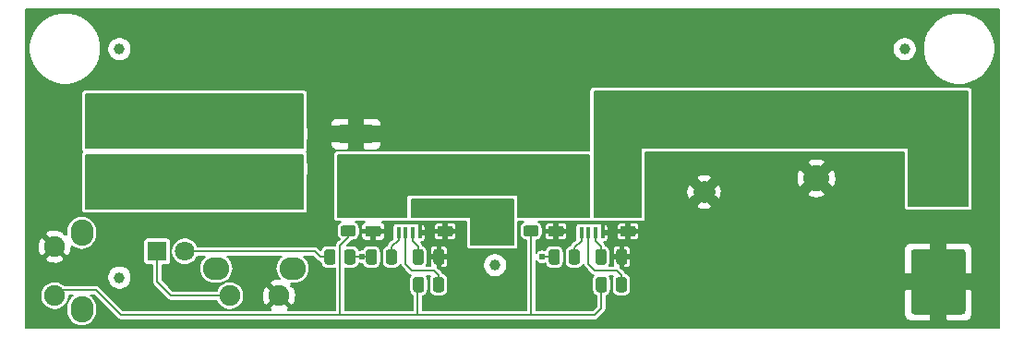
<source format=gtl>
%TF.GenerationSoftware,KiCad,Pcbnew,5.1.12-84ad8e8a86~92~ubuntu18.04.1*%
%TF.CreationDate,2023-04-20T21:37:03+02:00*%
%TF.ProjectId,transient-dc-protection,7472616e-7369-4656-9e74-2d64632d7072,rev?*%
%TF.SameCoordinates,Original*%
%TF.FileFunction,Copper,L1,Top*%
%TF.FilePolarity,Positive*%
%FSLAX46Y46*%
G04 Gerber Fmt 4.6, Leading zero omitted, Abs format (unit mm)*
G04 Created by KiCad (PCBNEW 5.1.12-84ad8e8a86~92~ubuntu18.04.1) date 2023-04-20 21:37:03*
%MOMM*%
%LPD*%
G01*
G04 APERTURE LIST*
%TA.AperFunction,SMDPad,CuDef*%
%ADD10C,1.000000*%
%TD*%
%TA.AperFunction,ComponentPad*%
%ADD11O,5.000000X6.000000*%
%TD*%
%TA.AperFunction,ComponentPad*%
%ADD12R,2.400000X2.400000*%
%TD*%
%TA.AperFunction,ComponentPad*%
%ADD13C,2.400000*%
%TD*%
%TA.AperFunction,SMDPad,CuDef*%
%ADD14R,2.300000X2.500000*%
%TD*%
%TA.AperFunction,ComponentPad*%
%ADD15R,1.800000X1.800000*%
%TD*%
%TA.AperFunction,ComponentPad*%
%ADD16C,1.800000*%
%TD*%
%TA.AperFunction,ComponentPad*%
%ADD17R,3.800000X2.800000*%
%TD*%
%TA.AperFunction,ComponentPad*%
%ADD18O,3.800000X2.800000*%
%TD*%
%TA.AperFunction,ComponentPad*%
%ADD19C,2.000000*%
%TD*%
%TA.AperFunction,ComponentPad*%
%ADD20O,2.400000X2.100000*%
%TD*%
%TA.AperFunction,ComponentPad*%
%ADD21C,1.900000*%
%TD*%
%TA.AperFunction,ComponentPad*%
%ADD22O,2.100000X2.400000*%
%TD*%
%TA.AperFunction,SMDPad,CuDef*%
%ADD23R,0.400000X1.060000*%
%TD*%
%TA.AperFunction,ViaPad*%
%ADD24C,0.812800*%
%TD*%
%TA.AperFunction,ViaPad*%
%ADD25C,1.016000*%
%TD*%
%TA.AperFunction,ViaPad*%
%ADD26C,0.609600*%
%TD*%
%TA.AperFunction,Conductor*%
%ADD27C,0.203200*%
%TD*%
%TA.AperFunction,Conductor*%
%ADD28C,0.100000*%
%TD*%
G04 APERTURE END LIST*
%TO.P,L1,1*%
%TO.N,Net-(D1-Pad2)*%
%TA.AperFunction,SMDPad,CuDef*%
G36*
G01*
X22432000Y-12274500D02*
X22432000Y-11399500D01*
G75*
G02*
X22869500Y-10962000I437500J0D01*
G01*
X25494500Y-10962000D01*
G75*
G02*
X25932000Y-11399500I0J-437500D01*
G01*
X25932000Y-12274500D01*
G75*
G02*
X25494500Y-12712000I-437500J0D01*
G01*
X22869500Y-12712000D01*
G75*
G02*
X22432000Y-12274500I0J437500D01*
G01*
G37*
%TD.AperFunction*%
%TO.P,L1,2*%
%TO.N,Net-(D1-Pad1)*%
%TA.AperFunction,SMDPad,CuDef*%
G36*
G01*
X22432000Y-15524500D02*
X22432000Y-14649500D01*
G75*
G02*
X22869500Y-14212000I437500J0D01*
G01*
X25494500Y-14212000D01*
G75*
G02*
X25932000Y-14649500I0J-437500D01*
G01*
X25932000Y-15524500D01*
G75*
G02*
X25494500Y-15962000I-437500J0D01*
G01*
X22869500Y-15962000D01*
G75*
G02*
X22432000Y-15524500I0J437500D01*
G01*
G37*
%TD.AperFunction*%
%TO.P,L1,3*%
%TO.N,VCC*%
%TA.AperFunction,SMDPad,CuDef*%
G36*
G01*
X28932000Y-15524500D02*
X28932000Y-14649500D01*
G75*
G02*
X29369500Y-14212000I437500J0D01*
G01*
X31994500Y-14212000D01*
G75*
G02*
X32432000Y-14649500I0J-437500D01*
G01*
X32432000Y-15524500D01*
G75*
G02*
X31994500Y-15962000I-437500J0D01*
G01*
X29369500Y-15962000D01*
G75*
G02*
X28932000Y-15524500I0J437500D01*
G01*
G37*
%TD.AperFunction*%
%TO.P,L1,4*%
%TO.N,GND*%
%TA.AperFunction,SMDPad,CuDef*%
G36*
G01*
X28932000Y-12274500D02*
X28932000Y-11399500D01*
G75*
G02*
X29369500Y-10962000I437500J0D01*
G01*
X31994500Y-10962000D01*
G75*
G02*
X32432000Y-11399500I0J-437500D01*
G01*
X32432000Y-12274500D01*
G75*
G02*
X31994500Y-12712000I-437500J0D01*
G01*
X29369500Y-12712000D01*
G75*
G02*
X28932000Y-12274500I0J437500D01*
G01*
G37*
%TD.AperFunction*%
%TD*%
D10*
%TO.P,REF\u002A\u002A,*%
%TO.N,*%
X43434000Y-23876000D03*
%TD*%
%TO.P,REF\u002A\u002A,*%
%TO.N,*%
X9000000Y-25000000D03*
%TD*%
%TO.P,REF\u002A\u002A,*%
%TO.N,*%
X81000000Y-4064000D03*
%TD*%
%TO.P,REF\u002A\u002A,*%
%TO.N,*%
X9000000Y-4064000D03*
%TD*%
%TO.P,J2,1*%
%TO.N,GND*%
%TA.AperFunction,ComponentPad*%
G36*
G01*
X86264000Y-28400000D02*
X81884000Y-28400000D01*
G75*
G02*
X81574000Y-28090000I0J310000D01*
G01*
X81574000Y-22710000D01*
G75*
G02*
X81884000Y-22400000I310000J0D01*
G01*
X86264000Y-22400000D01*
G75*
G02*
X86574000Y-22710000I0J-310000D01*
G01*
X86574000Y-28090000D01*
G75*
G02*
X86264000Y-28400000I-310000J0D01*
G01*
G37*
%TD.AperFunction*%
D11*
%TO.P,J2,2*%
%TO.N,Net-(C2-Pad1)*%
X84074000Y-15240000D03*
%TD*%
%TO.P,C1,2*%
%TO.N,GND*%
%TA.AperFunction,SMDPad,CuDef*%
G36*
G01*
X31783000Y-20262000D02*
X32733000Y-20262000D01*
G75*
G02*
X32983000Y-20512000I0J-250000D01*
G01*
X32983000Y-21012000D01*
G75*
G02*
X32733000Y-21262000I-250000J0D01*
G01*
X31783000Y-21262000D01*
G75*
G02*
X31533000Y-21012000I0J250000D01*
G01*
X31533000Y-20512000D01*
G75*
G02*
X31783000Y-20262000I250000J0D01*
G01*
G37*
%TD.AperFunction*%
%TO.P,C1,1*%
%TO.N,VCC*%
%TA.AperFunction,SMDPad,CuDef*%
G36*
G01*
X31783000Y-18362000D02*
X32733000Y-18362000D01*
G75*
G02*
X32983000Y-18612000I0J-250000D01*
G01*
X32983000Y-19112000D01*
G75*
G02*
X32733000Y-19362000I-250000J0D01*
G01*
X31783000Y-19362000D01*
G75*
G02*
X31533000Y-19112000I0J250000D01*
G01*
X31533000Y-18612000D01*
G75*
G02*
X31783000Y-18362000I250000J0D01*
G01*
G37*
%TD.AperFunction*%
%TD*%
%TO.P,C2,1*%
%TO.N,Net-(C2-Pad1)*%
%TA.AperFunction,SMDPad,CuDef*%
G36*
G01*
X38387000Y-18362000D02*
X39337000Y-18362000D01*
G75*
G02*
X39587000Y-18612000I0J-250000D01*
G01*
X39587000Y-19112000D01*
G75*
G02*
X39337000Y-19362000I-250000J0D01*
G01*
X38387000Y-19362000D01*
G75*
G02*
X38137000Y-19112000I0J250000D01*
G01*
X38137000Y-18612000D01*
G75*
G02*
X38387000Y-18362000I250000J0D01*
G01*
G37*
%TD.AperFunction*%
%TO.P,C2,2*%
%TO.N,GND*%
%TA.AperFunction,SMDPad,CuDef*%
G36*
G01*
X38387000Y-20262000D02*
X39337000Y-20262000D01*
G75*
G02*
X39587000Y-20512000I0J-250000D01*
G01*
X39587000Y-21012000D01*
G75*
G02*
X39337000Y-21262000I-250000J0D01*
G01*
X38387000Y-21262000D01*
G75*
G02*
X38137000Y-21012000I0J250000D01*
G01*
X38137000Y-20512000D01*
G75*
G02*
X38387000Y-20262000I250000J0D01*
G01*
G37*
%TD.AperFunction*%
%TD*%
D12*
%TO.P,C3,1*%
%TO.N,Net-(C2-Pad1)*%
X72898000Y-10922000D03*
D13*
%TO.P,C3,2*%
%TO.N,GND*%
X72898000Y-15922000D03*
%TD*%
%TO.P,C4,1*%
%TO.N,Net-(C4-Pad1)*%
%TA.AperFunction,SMDPad,CuDef*%
G36*
G01*
X35888000Y-23589000D02*
X35888000Y-22639000D01*
G75*
G02*
X36138000Y-22389000I250000J0D01*
G01*
X36638000Y-22389000D01*
G75*
G02*
X36888000Y-22639000I0J-250000D01*
G01*
X36888000Y-23589000D01*
G75*
G02*
X36638000Y-23839000I-250000J0D01*
G01*
X36138000Y-23839000D01*
G75*
G02*
X35888000Y-23589000I0J250000D01*
G01*
G37*
%TD.AperFunction*%
%TO.P,C4,2*%
%TO.N,GND*%
%TA.AperFunction,SMDPad,CuDef*%
G36*
G01*
X37788000Y-23589000D02*
X37788000Y-22639000D01*
G75*
G02*
X38038000Y-22389000I250000J0D01*
G01*
X38538000Y-22389000D01*
G75*
G02*
X38788000Y-22639000I0J-250000D01*
G01*
X38788000Y-23589000D01*
G75*
G02*
X38538000Y-23839000I-250000J0D01*
G01*
X38038000Y-23839000D01*
G75*
G02*
X37788000Y-23589000I0J250000D01*
G01*
G37*
%TD.AperFunction*%
%TD*%
%TO.P,C5,2*%
%TO.N,GND*%
%TA.AperFunction,SMDPad,CuDef*%
G36*
G01*
X48547000Y-20262000D02*
X49497000Y-20262000D01*
G75*
G02*
X49747000Y-20512000I0J-250000D01*
G01*
X49747000Y-21012000D01*
G75*
G02*
X49497000Y-21262000I-250000J0D01*
G01*
X48547000Y-21262000D01*
G75*
G02*
X48297000Y-21012000I0J250000D01*
G01*
X48297000Y-20512000D01*
G75*
G02*
X48547000Y-20262000I250000J0D01*
G01*
G37*
%TD.AperFunction*%
%TO.P,C5,1*%
%TO.N,VCC*%
%TA.AperFunction,SMDPad,CuDef*%
G36*
G01*
X48547000Y-18362000D02*
X49497000Y-18362000D01*
G75*
G02*
X49747000Y-18612000I0J-250000D01*
G01*
X49747000Y-19112000D01*
G75*
G02*
X49497000Y-19362000I-250000J0D01*
G01*
X48547000Y-19362000D01*
G75*
G02*
X48297000Y-19112000I0J250000D01*
G01*
X48297000Y-18612000D01*
G75*
G02*
X48547000Y-18362000I250000J0D01*
G01*
G37*
%TD.AperFunction*%
%TD*%
%TO.P,C6,1*%
%TO.N,Net-(C2-Pad1)*%
%TA.AperFunction,SMDPad,CuDef*%
G36*
G01*
X55151000Y-18362000D02*
X56101000Y-18362000D01*
G75*
G02*
X56351000Y-18612000I0J-250000D01*
G01*
X56351000Y-19112000D01*
G75*
G02*
X56101000Y-19362000I-250000J0D01*
G01*
X55151000Y-19362000D01*
G75*
G02*
X54901000Y-19112000I0J250000D01*
G01*
X54901000Y-18612000D01*
G75*
G02*
X55151000Y-18362000I250000J0D01*
G01*
G37*
%TD.AperFunction*%
%TO.P,C6,2*%
%TO.N,GND*%
%TA.AperFunction,SMDPad,CuDef*%
G36*
G01*
X55151000Y-20262000D02*
X56101000Y-20262000D01*
G75*
G02*
X56351000Y-20512000I0J-250000D01*
G01*
X56351000Y-21012000D01*
G75*
G02*
X56101000Y-21262000I-250000J0D01*
G01*
X55151000Y-21262000D01*
G75*
G02*
X54901000Y-21012000I0J250000D01*
G01*
X54901000Y-20512000D01*
G75*
G02*
X55151000Y-20262000I250000J0D01*
G01*
G37*
%TD.AperFunction*%
%TD*%
%TO.P,C7,2*%
%TO.N,GND*%
%TA.AperFunction,SMDPad,CuDef*%
G36*
G01*
X54552000Y-23589000D02*
X54552000Y-22639000D01*
G75*
G02*
X54802000Y-22389000I250000J0D01*
G01*
X55302000Y-22389000D01*
G75*
G02*
X55552000Y-22639000I0J-250000D01*
G01*
X55552000Y-23589000D01*
G75*
G02*
X55302000Y-23839000I-250000J0D01*
G01*
X54802000Y-23839000D01*
G75*
G02*
X54552000Y-23589000I0J250000D01*
G01*
G37*
%TD.AperFunction*%
%TO.P,C7,1*%
%TO.N,Net-(C7-Pad1)*%
%TA.AperFunction,SMDPad,CuDef*%
G36*
G01*
X52652000Y-23589000D02*
X52652000Y-22639000D01*
G75*
G02*
X52902000Y-22389000I250000J0D01*
G01*
X53402000Y-22389000D01*
G75*
G02*
X53652000Y-22639000I0J-250000D01*
G01*
X53652000Y-23589000D01*
G75*
G02*
X53402000Y-23839000I-250000J0D01*
G01*
X52902000Y-23839000D01*
G75*
G02*
X52652000Y-23589000I0J250000D01*
G01*
G37*
%TD.AperFunction*%
%TD*%
D14*
%TO.P,D1,1*%
%TO.N,Net-(D1-Pad1)*%
X17526000Y-15612000D03*
%TO.P,D1,2*%
%TO.N,Net-(D1-Pad2)*%
X17526000Y-11312000D03*
%TD*%
D15*
%TO.P,D2,1*%
%TO.N,Net-(D2-Pad1)*%
X12446000Y-22606000D03*
D16*
%TO.P,D2,2*%
%TO.N,Net-(D2-Pad2)*%
X14986000Y-22606000D03*
%TD*%
D17*
%TO.P,J1,1*%
%TO.N,Net-(D1-Pad2)*%
X8382000Y-10922000D03*
D18*
%TO.P,J1,2*%
%TO.N,Net-(D1-Pad1)*%
X8382000Y-16002000D03*
%TD*%
%TO.P,R1,2*%
%TO.N,Net-(R1-Pad2)*%
%TA.AperFunction,SMDPad,CuDef*%
G36*
G01*
X29521999Y-20212000D02*
X30422001Y-20212000D01*
G75*
G02*
X30672000Y-20461999I0J-249999D01*
G01*
X30672000Y-20987001D01*
G75*
G02*
X30422001Y-21237000I-249999J0D01*
G01*
X29521999Y-21237000D01*
G75*
G02*
X29272000Y-20987001I0J249999D01*
G01*
X29272000Y-20461999D01*
G75*
G02*
X29521999Y-20212000I249999J0D01*
G01*
G37*
%TD.AperFunction*%
%TO.P,R1,1*%
%TO.N,VCC*%
%TA.AperFunction,SMDPad,CuDef*%
G36*
G01*
X29521999Y-18387000D02*
X30422001Y-18387000D01*
G75*
G02*
X30672000Y-18636999I0J-249999D01*
G01*
X30672000Y-19162001D01*
G75*
G02*
X30422001Y-19412000I-249999J0D01*
G01*
X29521999Y-19412000D01*
G75*
G02*
X29272000Y-19162001I0J249999D01*
G01*
X29272000Y-18636999D01*
G75*
G02*
X29521999Y-18387000I249999J0D01*
G01*
G37*
%TD.AperFunction*%
%TD*%
%TO.P,R2,1*%
%TO.N,Net-(R2-Pad1)*%
%TA.AperFunction,SMDPad,CuDef*%
G36*
G01*
X38763000Y-25203999D02*
X38763000Y-26104001D01*
G75*
G02*
X38513001Y-26354000I-249999J0D01*
G01*
X37987999Y-26354000D01*
G75*
G02*
X37738000Y-26104001I0J249999D01*
G01*
X37738000Y-25203999D01*
G75*
G02*
X37987999Y-24954000I249999J0D01*
G01*
X38513001Y-24954000D01*
G75*
G02*
X38763000Y-25203999I0J-249999D01*
G01*
G37*
%TD.AperFunction*%
%TO.P,R2,2*%
%TO.N,Net-(R1-Pad2)*%
%TA.AperFunction,SMDPad,CuDef*%
G36*
G01*
X36938000Y-25203999D02*
X36938000Y-26104001D01*
G75*
G02*
X36688001Y-26354000I-249999J0D01*
G01*
X36162999Y-26354000D01*
G75*
G02*
X35913000Y-26104001I0J249999D01*
G01*
X35913000Y-25203999D01*
G75*
G02*
X36162999Y-24954000I249999J0D01*
G01*
X36688001Y-24954000D01*
G75*
G02*
X36938000Y-25203999I0J-249999D01*
G01*
G37*
%TD.AperFunction*%
%TD*%
%TO.P,R3,1*%
%TO.N,Net-(C2-Pad1)*%
%TA.AperFunction,SMDPad,CuDef*%
G36*
G01*
X31595000Y-23564001D02*
X31595000Y-22663999D01*
G75*
G02*
X31844999Y-22414000I249999J0D01*
G01*
X32370001Y-22414000D01*
G75*
G02*
X32620000Y-22663999I0J-249999D01*
G01*
X32620000Y-23564001D01*
G75*
G02*
X32370001Y-23814000I-249999J0D01*
G01*
X31844999Y-23814000D01*
G75*
G02*
X31595000Y-23564001I0J249999D01*
G01*
G37*
%TD.AperFunction*%
%TO.P,R3,2*%
%TO.N,Net-(R3-Pad2)*%
%TA.AperFunction,SMDPad,CuDef*%
G36*
G01*
X33420000Y-23564001D02*
X33420000Y-22663999D01*
G75*
G02*
X33669999Y-22414000I249999J0D01*
G01*
X34195001Y-22414000D01*
G75*
G02*
X34445000Y-22663999I0J-249999D01*
G01*
X34445000Y-23564001D01*
G75*
G02*
X34195001Y-23814000I-249999J0D01*
G01*
X33669999Y-23814000D01*
G75*
G02*
X33420000Y-23564001I0J249999D01*
G01*
G37*
%TD.AperFunction*%
%TD*%
%TO.P,R4,1*%
%TO.N,Net-(C2-Pad1)*%
%TA.AperFunction,SMDPad,CuDef*%
G36*
G01*
X30635000Y-22663999D02*
X30635000Y-23564001D01*
G75*
G02*
X30385001Y-23814000I-249999J0D01*
G01*
X29859999Y-23814000D01*
G75*
G02*
X29610000Y-23564001I0J249999D01*
G01*
X29610000Y-22663999D01*
G75*
G02*
X29859999Y-22414000I249999J0D01*
G01*
X30385001Y-22414000D01*
G75*
G02*
X30635000Y-22663999I0J-249999D01*
G01*
G37*
%TD.AperFunction*%
%TO.P,R4,2*%
%TO.N,Net-(D2-Pad2)*%
%TA.AperFunction,SMDPad,CuDef*%
G36*
G01*
X28810000Y-22663999D02*
X28810000Y-23564001D01*
G75*
G02*
X28560001Y-23814000I-249999J0D01*
G01*
X28034999Y-23814000D01*
G75*
G02*
X27785000Y-23564001I0J249999D01*
G01*
X27785000Y-22663999D01*
G75*
G02*
X28034999Y-22414000I249999J0D01*
G01*
X28560001Y-22414000D01*
G75*
G02*
X28810000Y-22663999I0J-249999D01*
G01*
G37*
%TD.AperFunction*%
%TD*%
%TO.P,R5,1*%
%TO.N,VCC*%
%TA.AperFunction,SMDPad,CuDef*%
G36*
G01*
X46285999Y-18387000D02*
X47186001Y-18387000D01*
G75*
G02*
X47436000Y-18636999I0J-249999D01*
G01*
X47436000Y-19162001D01*
G75*
G02*
X47186001Y-19412000I-249999J0D01*
G01*
X46285999Y-19412000D01*
G75*
G02*
X46036000Y-19162001I0J249999D01*
G01*
X46036000Y-18636999D01*
G75*
G02*
X46285999Y-18387000I249999J0D01*
G01*
G37*
%TD.AperFunction*%
%TO.P,R5,2*%
%TO.N,Net-(R1-Pad2)*%
%TA.AperFunction,SMDPad,CuDef*%
G36*
G01*
X46285999Y-20212000D02*
X47186001Y-20212000D01*
G75*
G02*
X47436000Y-20461999I0J-249999D01*
G01*
X47436000Y-20987001D01*
G75*
G02*
X47186001Y-21237000I-249999J0D01*
G01*
X46285999Y-21237000D01*
G75*
G02*
X46036000Y-20987001I0J249999D01*
G01*
X46036000Y-20461999D01*
G75*
G02*
X46285999Y-20212000I249999J0D01*
G01*
G37*
%TD.AperFunction*%
%TD*%
%TO.P,R6,2*%
%TO.N,Net-(R1-Pad2)*%
%TA.AperFunction,SMDPad,CuDef*%
G36*
G01*
X53702000Y-25203999D02*
X53702000Y-26104001D01*
G75*
G02*
X53452001Y-26354000I-249999J0D01*
G01*
X52926999Y-26354000D01*
G75*
G02*
X52677000Y-26104001I0J249999D01*
G01*
X52677000Y-25203999D01*
G75*
G02*
X52926999Y-24954000I249999J0D01*
G01*
X53452001Y-24954000D01*
G75*
G02*
X53702000Y-25203999I0J-249999D01*
G01*
G37*
%TD.AperFunction*%
%TO.P,R6,1*%
%TO.N,Net-(R6-Pad1)*%
%TA.AperFunction,SMDPad,CuDef*%
G36*
G01*
X55527000Y-25203999D02*
X55527000Y-26104001D01*
G75*
G02*
X55277001Y-26354000I-249999J0D01*
G01*
X54751999Y-26354000D01*
G75*
G02*
X54502000Y-26104001I0J249999D01*
G01*
X54502000Y-25203999D01*
G75*
G02*
X54751999Y-24954000I249999J0D01*
G01*
X55277001Y-24954000D01*
G75*
G02*
X55527000Y-25203999I0J-249999D01*
G01*
G37*
%TD.AperFunction*%
%TD*%
%TO.P,R7,2*%
%TO.N,Net-(R7-Pad2)*%
%TA.AperFunction,SMDPad,CuDef*%
G36*
G01*
X50184000Y-23564001D02*
X50184000Y-22663999D01*
G75*
G02*
X50433999Y-22414000I249999J0D01*
G01*
X50959001Y-22414000D01*
G75*
G02*
X51209000Y-22663999I0J-249999D01*
G01*
X51209000Y-23564001D01*
G75*
G02*
X50959001Y-23814000I-249999J0D01*
G01*
X50433999Y-23814000D01*
G75*
G02*
X50184000Y-23564001I0J249999D01*
G01*
G37*
%TD.AperFunction*%
%TO.P,R7,1*%
%TO.N,Net-(C2-Pad1)*%
%TA.AperFunction,SMDPad,CuDef*%
G36*
G01*
X48359000Y-23564001D02*
X48359000Y-22663999D01*
G75*
G02*
X48608999Y-22414000I249999J0D01*
G01*
X49134001Y-22414000D01*
G75*
G02*
X49384000Y-22663999I0J-249999D01*
G01*
X49384000Y-23564001D01*
G75*
G02*
X49134001Y-23814000I-249999J0D01*
G01*
X48608999Y-23814000D01*
G75*
G02*
X48359000Y-23564001I0J249999D01*
G01*
G37*
%TD.AperFunction*%
%TD*%
D19*
%TO.P,RV1,1*%
%TO.N,Net-(C2-Pad1)*%
X64008000Y-9652000D03*
%TO.P,RV1,2*%
%TO.N,GND*%
X62608000Y-17152000D03*
%TD*%
D20*
%TO.P,SW1,*%
%TO.N,*%
X17862000Y-24180000D03*
D21*
%TO.P,SW1,2*%
%TO.N,Net-(D2-Pad1)*%
X19122000Y-26670000D03*
%TO.P,SW1,1*%
%TO.N,GND*%
X23622000Y-26670000D03*
D20*
%TO.P,SW1,*%
%TO.N,*%
X24872000Y-24180000D03*
%TD*%
D22*
%TO.P,SW2,*%
%TO.N,*%
X5538000Y-27920000D03*
D21*
%TO.P,SW2,1*%
%TO.N,Net-(R1-Pad2)*%
X3048000Y-26670000D03*
%TO.P,SW2,2*%
%TO.N,GND*%
X3048000Y-22170000D03*
D22*
%TO.P,SW2,*%
%TO.N,*%
X5538000Y-20910000D03*
%TD*%
D23*
%TO.P,U1,1*%
%TO.N,Net-(R3-Pad2)*%
X34580000Y-20912000D03*
%TO.P,U1,2*%
%TO.N,Net-(R2-Pad1)*%
X35230000Y-20912000D03*
%TO.P,U1,3*%
%TO.N,Net-(C4-Pad1)*%
X35890000Y-20912000D03*
%TO.P,U1,4*%
%TO.N,GND*%
X36540000Y-20912000D03*
%TO.P,U1,5*%
%TO.N,Net-(C2-Pad1)*%
X36540000Y-18712000D03*
%TO.P,U1,6*%
X35890000Y-18712000D03*
%TO.P,U1,7*%
%TO.N,VCC*%
X35230000Y-18712000D03*
%TO.P,U1,8*%
X34580000Y-18712000D03*
%TD*%
%TO.P,U2,8*%
%TO.N,VCC*%
X51344000Y-18712000D03*
%TO.P,U2,7*%
X51994000Y-18712000D03*
%TO.P,U2,6*%
%TO.N,Net-(C2-Pad1)*%
X52654000Y-18712000D03*
%TO.P,U2,5*%
X53304000Y-18712000D03*
%TO.P,U2,4*%
%TO.N,GND*%
X53304000Y-20912000D03*
%TO.P,U2,3*%
%TO.N,Net-(C7-Pad1)*%
X52654000Y-20912000D03*
%TO.P,U2,2*%
%TO.N,Net-(R6-Pad1)*%
X51994000Y-20912000D03*
%TO.P,U2,1*%
%TO.N,Net-(R7-Pad2)*%
X51344000Y-20912000D03*
%TD*%
D24*
%TO.N,GND*%
X33655000Y-20828000D03*
D25*
X29210000Y-8636000D03*
X30226000Y-9652000D03*
X31242000Y-8636000D03*
X32258000Y-9652000D03*
X33274000Y-8636000D03*
X33782000Y-10668000D03*
X34798000Y-11684000D03*
X33782000Y-12700000D03*
D24*
X40386000Y-22860000D03*
X40386000Y-24892000D03*
X57658000Y-23876000D03*
X57658000Y-22860000D03*
X49022000Y-25400000D03*
X40386000Y-23876000D03*
X57658000Y-24892000D03*
X40386000Y-21844000D03*
X48006000Y-25400000D03*
X50038000Y-25400000D03*
X32258000Y-25400000D03*
X31242000Y-25400000D03*
X33274000Y-25400000D03*
X57658000Y-21844000D03*
D25*
X28194000Y-9652000D03*
X34798000Y-9652000D03*
D24*
%TO.N,VCC*%
X33020000Y-14478000D03*
X34036000Y-14478000D03*
X35052000Y-14478000D03*
X48260000Y-14478000D03*
X51308000Y-14478000D03*
X50292000Y-14478000D03*
X49276000Y-14478000D03*
X47244000Y-14478000D03*
X46228000Y-14478000D03*
X45212000Y-14478000D03*
X44196000Y-14478000D03*
X43180000Y-14478000D03*
X42164000Y-14478000D03*
X41148000Y-14478000D03*
X40132000Y-14478000D03*
X39116000Y-14478000D03*
X38100000Y-14478000D03*
X37084000Y-14478000D03*
X36068000Y-14478000D03*
D26*
%TO.N,Net-(C2-Pad1)*%
X47752000Y-23114000D03*
X31242000Y-23114000D03*
D25*
X41656000Y-18415000D03*
X43688000Y-18415000D03*
X41656000Y-20447000D03*
X42672000Y-19431000D03*
X42672000Y-21463000D03*
X43688000Y-20447000D03*
X44704000Y-19431000D03*
X44704000Y-21463000D03*
D24*
X86106000Y-8636000D03*
X85090000Y-8636000D03*
X84074000Y-8636000D03*
X83058000Y-8636000D03*
X82042000Y-8636000D03*
X81026000Y-8636000D03*
X80010000Y-8636000D03*
X78994000Y-8636000D03*
X77978000Y-8636000D03*
X76962000Y-8636000D03*
X75946000Y-8636000D03*
X74930000Y-8636000D03*
X73914000Y-8636000D03*
X72898000Y-8636000D03*
X71882000Y-8636000D03*
X70866000Y-8636000D03*
X69850000Y-8636000D03*
X68834000Y-8636000D03*
X67818000Y-8636000D03*
X66802000Y-8636000D03*
X65786000Y-8636000D03*
X62230000Y-8636000D03*
X61214000Y-8636000D03*
X60198000Y-8636000D03*
X59182000Y-8636000D03*
X58166000Y-8636000D03*
X57150000Y-8636000D03*
X56134000Y-8636000D03*
X55118000Y-8636000D03*
X54102000Y-8636000D03*
X53086000Y-8636000D03*
X53086000Y-9652000D03*
X53086000Y-10668000D03*
X53086000Y-11684000D03*
X53086000Y-12700000D03*
X53086000Y-13716000D03*
X53086000Y-14732000D03*
X53086000Y-15748000D03*
X53086000Y-16764000D03*
%TO.N,Net-(D1-Pad1)*%
X24892000Y-18034000D03*
X23876000Y-18034000D03*
X22860000Y-18034000D03*
X21844000Y-18034000D03*
X20828000Y-18034000D03*
X19812000Y-18034000D03*
X18796000Y-18034000D03*
X17780000Y-18034000D03*
X16764000Y-18034000D03*
X15748000Y-18034000D03*
X14732000Y-18034000D03*
X13716000Y-18034000D03*
X12700000Y-18034000D03*
X11684000Y-18034000D03*
X10668000Y-18034000D03*
%TO.N,Net-(D1-Pad2)*%
X24892000Y-8890000D03*
X23876000Y-8890000D03*
X10668000Y-8890000D03*
X11684000Y-8890000D03*
X12700000Y-8890000D03*
X13716000Y-8890000D03*
X14732000Y-8890000D03*
X15748000Y-8890000D03*
X16764000Y-8890000D03*
X17780000Y-8890000D03*
X18796000Y-8890000D03*
X19812000Y-8890000D03*
X20828000Y-8890000D03*
X21844000Y-8890000D03*
X22860000Y-8890000D03*
%TD*%
D27*
%TO.N,GND*%
X32258000Y-20762000D02*
X33462000Y-20762000D01*
X33462000Y-20762000D02*
X33528000Y-20828000D01*
%TO.N,Net-(C2-Pad1)*%
X48871500Y-23114000D02*
X47752000Y-23114000D01*
X32107500Y-23114000D02*
X31242000Y-23114000D01*
X31242000Y-23114000D02*
X30122500Y-23114000D01*
%TO.N,Net-(C4-Pad1)*%
X36388000Y-22131000D02*
X36388000Y-23114000D01*
X35890000Y-20912000D02*
X35890000Y-21633000D01*
X35890000Y-21633000D02*
X36388000Y-22131000D01*
%TO.N,Net-(C7-Pad1)*%
X52654000Y-20912000D02*
X52654000Y-21633000D01*
X53152000Y-22131000D02*
X53152000Y-23114000D01*
X52654000Y-21633000D02*
X53152000Y-22131000D01*
%TO.N,Net-(D2-Pad1)*%
X12446000Y-22606000D02*
X12446000Y-25400000D01*
X13716000Y-26670000D02*
X19122000Y-26670000D01*
X12446000Y-25400000D02*
X13716000Y-26670000D01*
%TO.N,Net-(D2-Pad2)*%
X14986000Y-22606000D02*
X26924000Y-22606000D01*
X27432000Y-23114000D02*
X28297500Y-23114000D01*
X26924000Y-22606000D02*
X27432000Y-23114000D01*
%TO.N,Net-(R1-Pad2)*%
X6858000Y-26162000D02*
X9144000Y-28448000D01*
X3048000Y-26670000D02*
X3556000Y-26162000D01*
X3556000Y-26162000D02*
X6858000Y-26162000D01*
X46736000Y-20724500D02*
X46736000Y-28448000D01*
X9144000Y-28448000D02*
X29210000Y-28448000D01*
X29210000Y-28448000D02*
X36322000Y-28448000D01*
X36322000Y-28448000D02*
X46736000Y-28448000D01*
X29210000Y-22098000D02*
X29210000Y-28448000D01*
X29972000Y-20724500D02*
X29972000Y-21336000D01*
X29972000Y-21336000D02*
X29210000Y-22098000D01*
X36322000Y-25757500D02*
X36322000Y-28448000D01*
X36425500Y-25654000D02*
X36322000Y-25757500D01*
X53189500Y-27836500D02*
X53189500Y-25654000D01*
X46736000Y-28448000D02*
X52578000Y-28448000D01*
X52578000Y-28448000D02*
X53189500Y-27836500D01*
%TO.N,Net-(R2-Pad1)*%
X38250500Y-24788500D02*
X38250500Y-25654000D01*
X37846000Y-24384000D02*
X38250500Y-24788500D01*
X35814000Y-24384000D02*
X37846000Y-24384000D01*
X35230000Y-20912000D02*
X35230000Y-23800000D01*
X35230000Y-23800000D02*
X35814000Y-24384000D01*
%TO.N,Net-(R3-Pad2)*%
X33932500Y-22201500D02*
X33932500Y-23114000D01*
X34580000Y-20912000D02*
X34580000Y-21554000D01*
X34580000Y-21554000D02*
X33932500Y-22201500D01*
%TO.N,Net-(R6-Pad1)*%
X55014500Y-24788500D02*
X55014500Y-25654000D01*
X54610000Y-24384000D02*
X55014500Y-24788500D01*
X52578000Y-24384000D02*
X54610000Y-24384000D01*
X51994000Y-20912000D02*
X51994000Y-23800000D01*
X51994000Y-23800000D02*
X52578000Y-24384000D01*
%TO.N,Net-(R7-Pad2)*%
X50696500Y-22276750D02*
X50696500Y-23114000D01*
X51344000Y-20912000D02*
X51344000Y-21629250D01*
X51344000Y-21629250D02*
X50696500Y-22276750D01*
%TD*%
%TO.N,GND*%
X89619401Y-29619400D02*
X380600Y-29619400D01*
X380600Y-26541410D01*
X1742400Y-26541410D01*
X1742400Y-26798590D01*
X1792574Y-27050829D01*
X1890993Y-27288433D01*
X2033874Y-27502271D01*
X2215729Y-27684126D01*
X2429567Y-27827007D01*
X2667171Y-27925426D01*
X2919410Y-27975600D01*
X3176590Y-27975600D01*
X3428829Y-27925426D01*
X3666433Y-27827007D01*
X3880271Y-27684126D01*
X4062126Y-27502271D01*
X4205007Y-27288433D01*
X4303426Y-27050829D01*
X4353600Y-26798590D01*
X4353600Y-26619200D01*
X4724593Y-26619200D01*
X4539282Y-26771283D01*
X4363631Y-26985313D01*
X4233112Y-27229499D01*
X4152738Y-27494455D01*
X4132400Y-27700950D01*
X4132400Y-28139051D01*
X4152738Y-28345546D01*
X4233112Y-28610502D01*
X4363631Y-28854688D01*
X4539283Y-29068718D01*
X4753313Y-29244369D01*
X4997499Y-29374888D01*
X5262455Y-29455262D01*
X5538000Y-29482401D01*
X5813546Y-29455262D01*
X6078502Y-29374888D01*
X6322688Y-29244369D01*
X6536718Y-29068718D01*
X6712369Y-28854688D01*
X6842888Y-28610501D01*
X6923262Y-28345545D01*
X6943600Y-28139050D01*
X6943600Y-27700949D01*
X6923262Y-27494454D01*
X6842888Y-27229498D01*
X6712369Y-26985312D01*
X6536717Y-26771282D01*
X6351406Y-26619200D01*
X6668623Y-26619200D01*
X8804830Y-28755408D01*
X8819147Y-28772853D01*
X8888764Y-28829987D01*
X8968191Y-28872441D01*
X9054373Y-28898585D01*
X9121540Y-28905200D01*
X9121549Y-28905200D01*
X9143999Y-28907411D01*
X9166449Y-28905200D01*
X29187540Y-28905200D01*
X29210000Y-28907412D01*
X29232460Y-28905200D01*
X36299540Y-28905200D01*
X36322000Y-28907412D01*
X36344460Y-28905200D01*
X46713540Y-28905200D01*
X46736000Y-28907412D01*
X46758460Y-28905200D01*
X52555550Y-28905200D01*
X52578000Y-28907411D01*
X52600450Y-28905200D01*
X52600460Y-28905200D01*
X52667627Y-28898585D01*
X52753809Y-28872441D01*
X52833236Y-28829987D01*
X52902853Y-28772853D01*
X52917174Y-28755403D01*
X53272577Y-28400000D01*
X80961450Y-28400000D01*
X80973220Y-28519503D01*
X81008078Y-28634413D01*
X81064683Y-28740315D01*
X81140862Y-28833138D01*
X81233685Y-28909317D01*
X81339587Y-28965922D01*
X81454497Y-29000780D01*
X81574000Y-29012550D01*
X83261200Y-29009600D01*
X83413600Y-28857200D01*
X83413600Y-26060400D01*
X84734400Y-26060400D01*
X84734400Y-28857200D01*
X84886800Y-29009600D01*
X86574000Y-29012550D01*
X86693503Y-29000780D01*
X86808413Y-28965922D01*
X86914315Y-28909317D01*
X87007138Y-28833138D01*
X87083317Y-28740315D01*
X87139922Y-28634413D01*
X87174780Y-28519503D01*
X87186550Y-28400000D01*
X87183600Y-26212800D01*
X87031200Y-26060400D01*
X84734400Y-26060400D01*
X83413600Y-26060400D01*
X81116800Y-26060400D01*
X80964400Y-26212800D01*
X80961450Y-28400000D01*
X53272577Y-28400000D01*
X53496914Y-28175664D01*
X53514353Y-28161353D01*
X53528665Y-28143914D01*
X53528671Y-28143908D01*
X53571487Y-28091736D01*
X53613941Y-28012310D01*
X53625077Y-27975600D01*
X53640085Y-27926127D01*
X53646700Y-27858960D01*
X53646700Y-27858950D01*
X53648911Y-27836500D01*
X53646700Y-27814050D01*
X53646700Y-26676531D01*
X53684412Y-26665091D01*
X53789409Y-26608968D01*
X53881440Y-26533440D01*
X53956968Y-26441409D01*
X54013091Y-26336412D01*
X54047651Y-26222483D01*
X54059320Y-26104001D01*
X54059320Y-25203999D01*
X54047651Y-25085517D01*
X54013091Y-24971588D01*
X53956968Y-24866591D01*
X53936130Y-24841200D01*
X54267870Y-24841200D01*
X54247032Y-24866591D01*
X54190909Y-24971588D01*
X54156349Y-25085517D01*
X54144680Y-25203999D01*
X54144680Y-26104001D01*
X54156349Y-26222483D01*
X54190909Y-26336412D01*
X54247032Y-26441409D01*
X54322560Y-26533440D01*
X54414591Y-26608968D01*
X54519588Y-26665091D01*
X54633517Y-26699651D01*
X54751999Y-26711320D01*
X55277001Y-26711320D01*
X55395483Y-26699651D01*
X55509412Y-26665091D01*
X55614409Y-26608968D01*
X55706440Y-26533440D01*
X55781968Y-26441409D01*
X55838091Y-26336412D01*
X55872651Y-26222483D01*
X55884320Y-26104001D01*
X55884320Y-25203999D01*
X55872651Y-25085517D01*
X55838091Y-24971588D01*
X55781968Y-24866591D01*
X55706440Y-24774560D01*
X55614409Y-24699032D01*
X55509412Y-24642909D01*
X55441895Y-24622428D01*
X55438941Y-24612691D01*
X55419178Y-24575717D01*
X55396487Y-24533263D01*
X55353670Y-24481092D01*
X55339353Y-24463647D01*
X55321909Y-24449331D01*
X54949174Y-24076597D01*
X54934853Y-24059147D01*
X54899600Y-24030215D01*
X54899600Y-23266400D01*
X55204400Y-23266400D01*
X55204400Y-24067600D01*
X55280600Y-24143800D01*
X55552000Y-24145275D01*
X55611751Y-24139390D01*
X55669206Y-24121961D01*
X55722157Y-24093658D01*
X55768569Y-24055569D01*
X55806658Y-24009157D01*
X55834961Y-23956206D01*
X55852390Y-23898751D01*
X55858275Y-23839000D01*
X55856800Y-23342600D01*
X55780600Y-23266400D01*
X55204400Y-23266400D01*
X54899600Y-23266400D01*
X54323400Y-23266400D01*
X54247200Y-23342600D01*
X54245725Y-23839000D01*
X54251610Y-23898751D01*
X54260119Y-23926800D01*
X53906647Y-23926800D01*
X53906968Y-23926409D01*
X53963091Y-23821411D01*
X53997651Y-23707482D01*
X54009320Y-23589000D01*
X54009320Y-22639000D01*
X53997651Y-22520518D01*
X53963091Y-22406589D01*
X53953690Y-22389000D01*
X54245725Y-22389000D01*
X54247200Y-22885400D01*
X54323400Y-22961600D01*
X54899600Y-22961600D01*
X54899600Y-22160400D01*
X55204400Y-22160400D01*
X55204400Y-22961600D01*
X55780600Y-22961600D01*
X55856800Y-22885400D01*
X55858242Y-22400000D01*
X80961450Y-22400000D01*
X80964400Y-24587200D01*
X81116800Y-24739600D01*
X83413600Y-24739600D01*
X83413600Y-21942800D01*
X84734400Y-21942800D01*
X84734400Y-24739600D01*
X87031200Y-24739600D01*
X87183600Y-24587200D01*
X87186550Y-22400000D01*
X87174780Y-22280497D01*
X87139922Y-22165587D01*
X87083317Y-22059685D01*
X87007138Y-21966862D01*
X86914315Y-21890683D01*
X86808413Y-21834078D01*
X86693503Y-21799220D01*
X86574000Y-21787450D01*
X84886800Y-21790400D01*
X84734400Y-21942800D01*
X83413600Y-21942800D01*
X83261200Y-21790400D01*
X81574000Y-21787450D01*
X81454497Y-21799220D01*
X81339587Y-21834078D01*
X81233685Y-21890683D01*
X81140862Y-21966862D01*
X81064683Y-22059685D01*
X81008078Y-22165587D01*
X80973220Y-22280497D01*
X80961450Y-22400000D01*
X55858242Y-22400000D01*
X55858275Y-22389000D01*
X55852390Y-22329249D01*
X55834961Y-22271794D01*
X55806658Y-22218843D01*
X55768569Y-22172431D01*
X55722157Y-22134342D01*
X55669206Y-22106039D01*
X55611751Y-22088610D01*
X55552000Y-22082725D01*
X55280600Y-22084200D01*
X55204400Y-22160400D01*
X54899600Y-22160400D01*
X54823400Y-22084200D01*
X54552000Y-22082725D01*
X54492249Y-22088610D01*
X54434794Y-22106039D01*
X54381843Y-22134342D01*
X54335431Y-22172431D01*
X54297342Y-22218843D01*
X54269039Y-22271794D01*
X54251610Y-22329249D01*
X54245725Y-22389000D01*
X53953690Y-22389000D01*
X53906968Y-22301591D01*
X53831440Y-22209560D01*
X53739409Y-22134032D01*
X53634411Y-22077909D01*
X53605314Y-22069083D01*
X53602585Y-22041373D01*
X53576441Y-21955191D01*
X53543784Y-21894093D01*
X53533987Y-21875763D01*
X53491170Y-21823592D01*
X53476853Y-21806147D01*
X53459409Y-21791831D01*
X53414378Y-21746800D01*
X53456402Y-21746800D01*
X53456402Y-21724602D01*
X53478600Y-21746800D01*
X53504000Y-21748275D01*
X53563751Y-21742390D01*
X53621206Y-21724961D01*
X53674157Y-21696658D01*
X53720569Y-21658569D01*
X53758658Y-21612157D01*
X53786961Y-21559206D01*
X53804390Y-21501751D01*
X53810275Y-21442000D01*
X53809395Y-21262000D01*
X54594725Y-21262000D01*
X54600610Y-21321751D01*
X54618039Y-21379206D01*
X54646342Y-21432157D01*
X54684431Y-21478569D01*
X54730843Y-21516658D01*
X54783794Y-21544961D01*
X54841249Y-21562390D01*
X54901000Y-21568275D01*
X55397400Y-21566800D01*
X55473600Y-21490600D01*
X55473600Y-20914400D01*
X55778400Y-20914400D01*
X55778400Y-21490600D01*
X55854600Y-21566800D01*
X56351000Y-21568275D01*
X56410751Y-21562390D01*
X56468206Y-21544961D01*
X56521157Y-21516658D01*
X56567569Y-21478569D01*
X56605658Y-21432157D01*
X56633961Y-21379206D01*
X56651390Y-21321751D01*
X56657275Y-21262000D01*
X56655800Y-20990600D01*
X56579600Y-20914400D01*
X55778400Y-20914400D01*
X55473600Y-20914400D01*
X54672400Y-20914400D01*
X54596200Y-20990600D01*
X54594725Y-21262000D01*
X53809395Y-21262000D01*
X53808800Y-21140600D01*
X53732600Y-21064400D01*
X53402400Y-21064400D01*
X53402400Y-21084400D01*
X53211320Y-21084400D01*
X53211320Y-20382000D01*
X53205600Y-20323925D01*
X53205600Y-20153400D01*
X53402400Y-20153400D01*
X53402400Y-20759600D01*
X53732600Y-20759600D01*
X53808800Y-20683400D01*
X53810275Y-20382000D01*
X53804390Y-20322249D01*
X53786961Y-20264794D01*
X53785468Y-20262000D01*
X54594725Y-20262000D01*
X54596200Y-20533400D01*
X54672400Y-20609600D01*
X55473600Y-20609600D01*
X55473600Y-20033400D01*
X55778400Y-20033400D01*
X55778400Y-20609600D01*
X56579600Y-20609600D01*
X56655800Y-20533400D01*
X56657275Y-20262000D01*
X56651390Y-20202249D01*
X56633961Y-20144794D01*
X56605658Y-20091843D01*
X56567569Y-20045431D01*
X56521157Y-20007342D01*
X56468206Y-19979039D01*
X56410751Y-19961610D01*
X56351000Y-19955725D01*
X55854600Y-19957200D01*
X55778400Y-20033400D01*
X55473600Y-20033400D01*
X55397400Y-19957200D01*
X54901000Y-19955725D01*
X54841249Y-19961610D01*
X54783794Y-19979039D01*
X54730843Y-20007342D01*
X54684431Y-20045431D01*
X54646342Y-20091843D01*
X54618039Y-20144794D01*
X54600610Y-20202249D01*
X54594725Y-20262000D01*
X53785468Y-20262000D01*
X53758658Y-20211843D01*
X53720569Y-20165431D01*
X53674157Y-20127342D01*
X53621206Y-20099039D01*
X53563751Y-20081610D01*
X53504000Y-20075725D01*
X53478600Y-20077200D01*
X53402400Y-20153400D01*
X53205600Y-20153400D01*
X53129400Y-20077200D01*
X53104000Y-20075725D01*
X53046034Y-20081434D01*
X52990740Y-20051879D01*
X52923710Y-20031546D01*
X52854000Y-20024680D01*
X52454000Y-20024680D01*
X52384290Y-20031546D01*
X52324000Y-20049834D01*
X52263710Y-20031546D01*
X52194000Y-20024680D01*
X51794000Y-20024680D01*
X51724290Y-20031546D01*
X51669000Y-20048318D01*
X51613710Y-20031546D01*
X51544000Y-20024680D01*
X51144000Y-20024680D01*
X51074290Y-20031546D01*
X51007260Y-20051879D01*
X50945484Y-20084899D01*
X50891337Y-20129337D01*
X50846899Y-20183484D01*
X50813879Y-20245260D01*
X50793546Y-20312290D01*
X50786680Y-20382000D01*
X50786680Y-21442000D01*
X50793546Y-21511710D01*
X50798530Y-21528142D01*
X50389097Y-21937576D01*
X50371647Y-21951897D01*
X50314513Y-22021515D01*
X50284441Y-22077776D01*
X50201588Y-22102909D01*
X50096591Y-22159032D01*
X50004560Y-22234560D01*
X49929032Y-22326591D01*
X49872909Y-22431588D01*
X49838349Y-22545517D01*
X49826680Y-22663999D01*
X49826680Y-23564001D01*
X49838349Y-23682483D01*
X49872909Y-23796412D01*
X49929032Y-23901409D01*
X50004560Y-23993440D01*
X50096591Y-24068968D01*
X50201588Y-24125091D01*
X50315517Y-24159651D01*
X50433999Y-24171320D01*
X50959001Y-24171320D01*
X51077483Y-24159651D01*
X51191412Y-24125091D01*
X51296409Y-24068968D01*
X51388440Y-23993440D01*
X51463968Y-23901409D01*
X51520091Y-23796412D01*
X51536801Y-23741327D01*
X51536801Y-23777540D01*
X51534589Y-23800000D01*
X51536801Y-23822460D01*
X51543416Y-23889627D01*
X51556700Y-23933416D01*
X51569560Y-23975809D01*
X51612013Y-24055235D01*
X51643547Y-24093658D01*
X51669148Y-24124853D01*
X51686592Y-24139169D01*
X52238834Y-24691413D01*
X52253147Y-24708853D01*
X52270586Y-24723165D01*
X52270592Y-24723171D01*
X52322764Y-24765987D01*
X52402190Y-24808441D01*
X52422249Y-24814526D01*
X52456287Y-24824851D01*
X52422032Y-24866591D01*
X52365909Y-24971588D01*
X52331349Y-25085517D01*
X52319680Y-25203999D01*
X52319680Y-26104001D01*
X52331349Y-26222483D01*
X52365909Y-26336412D01*
X52422032Y-26441409D01*
X52497560Y-26533440D01*
X52589591Y-26608968D01*
X52694588Y-26665091D01*
X52732301Y-26676531D01*
X52732300Y-27647121D01*
X52388623Y-27990800D01*
X47193200Y-27990800D01*
X47193200Y-23466385D01*
X47239034Y-23534980D01*
X47331020Y-23626966D01*
X47439183Y-23699239D01*
X47559369Y-23749021D01*
X47686956Y-23774400D01*
X47817044Y-23774400D01*
X47944631Y-23749021D01*
X48023610Y-23716307D01*
X48047909Y-23796412D01*
X48104032Y-23901409D01*
X48179560Y-23993440D01*
X48271591Y-24068968D01*
X48376588Y-24125091D01*
X48490517Y-24159651D01*
X48608999Y-24171320D01*
X49134001Y-24171320D01*
X49252483Y-24159651D01*
X49366412Y-24125091D01*
X49471409Y-24068968D01*
X49563440Y-23993440D01*
X49638968Y-23901409D01*
X49695091Y-23796412D01*
X49729651Y-23682483D01*
X49741320Y-23564001D01*
X49741320Y-22663999D01*
X49729651Y-22545517D01*
X49695091Y-22431588D01*
X49638968Y-22326591D01*
X49563440Y-22234560D01*
X49471409Y-22159032D01*
X49366412Y-22102909D01*
X49252483Y-22068349D01*
X49134001Y-22056680D01*
X48608999Y-22056680D01*
X48490517Y-22068349D01*
X48376588Y-22102909D01*
X48271591Y-22159032D01*
X48179560Y-22234560D01*
X48104032Y-22326591D01*
X48047909Y-22431588D01*
X48023610Y-22511693D01*
X47944631Y-22478979D01*
X47817044Y-22453600D01*
X47686956Y-22453600D01*
X47559369Y-22478979D01*
X47439183Y-22528761D01*
X47331020Y-22601034D01*
X47239034Y-22693020D01*
X47193200Y-22761615D01*
X47193200Y-21593611D01*
X47304483Y-21582651D01*
X47418412Y-21548091D01*
X47523409Y-21491968D01*
X47615440Y-21416440D01*
X47690968Y-21324409D01*
X47724326Y-21262000D01*
X47990725Y-21262000D01*
X47996610Y-21321751D01*
X48014039Y-21379206D01*
X48042342Y-21432157D01*
X48080431Y-21478569D01*
X48126843Y-21516658D01*
X48179794Y-21544961D01*
X48237249Y-21562390D01*
X48297000Y-21568275D01*
X48793400Y-21566800D01*
X48869600Y-21490600D01*
X48869600Y-20914400D01*
X49174400Y-20914400D01*
X49174400Y-21490600D01*
X49250600Y-21566800D01*
X49747000Y-21568275D01*
X49806751Y-21562390D01*
X49864206Y-21544961D01*
X49917157Y-21516658D01*
X49963569Y-21478569D01*
X50001658Y-21432157D01*
X50029961Y-21379206D01*
X50047390Y-21321751D01*
X50053275Y-21262000D01*
X50051800Y-20990600D01*
X49975600Y-20914400D01*
X49174400Y-20914400D01*
X48869600Y-20914400D01*
X48068400Y-20914400D01*
X47992200Y-20990600D01*
X47990725Y-21262000D01*
X47724326Y-21262000D01*
X47747091Y-21219412D01*
X47781651Y-21105483D01*
X47793320Y-20987001D01*
X47793320Y-20461999D01*
X47781651Y-20343517D01*
X47756924Y-20262000D01*
X47990725Y-20262000D01*
X47992200Y-20533400D01*
X48068400Y-20609600D01*
X48869600Y-20609600D01*
X48869600Y-20033400D01*
X49174400Y-20033400D01*
X49174400Y-20609600D01*
X49975600Y-20609600D01*
X50051800Y-20533400D01*
X50053275Y-20262000D01*
X50047390Y-20202249D01*
X50029961Y-20144794D01*
X50001658Y-20091843D01*
X49963569Y-20045431D01*
X49917157Y-20007342D01*
X49864206Y-19979039D01*
X49806751Y-19961610D01*
X49747000Y-19955725D01*
X49250600Y-19957200D01*
X49174400Y-20033400D01*
X48869600Y-20033400D01*
X48793400Y-19957200D01*
X48297000Y-19955725D01*
X48237249Y-19961610D01*
X48179794Y-19979039D01*
X48126843Y-20007342D01*
X48080431Y-20045431D01*
X48042342Y-20091843D01*
X48014039Y-20144794D01*
X47996610Y-20202249D01*
X47990725Y-20262000D01*
X47756924Y-20262000D01*
X47747091Y-20229588D01*
X47690968Y-20124591D01*
X47615440Y-20032560D01*
X47523409Y-19957032D01*
X47442155Y-19913600D01*
X52197000Y-19913600D01*
X52266374Y-19906767D01*
X52324000Y-19889287D01*
X52381626Y-19906767D01*
X52451000Y-19913600D01*
X56896000Y-19913600D01*
X56965374Y-19906767D01*
X57032082Y-19886532D01*
X57093561Y-19853671D01*
X57147447Y-19809447D01*
X57191671Y-19755561D01*
X57224532Y-19694082D01*
X57244767Y-19627374D01*
X57251600Y-19558000D01*
X57251600Y-18434614D01*
X61900122Y-18434614D01*
X62016608Y-18657390D01*
X62321658Y-18743839D01*
X62637713Y-18769115D01*
X62952625Y-18732246D01*
X63199392Y-18657390D01*
X63315878Y-18434614D01*
X62608000Y-17726736D01*
X61900122Y-18434614D01*
X57251600Y-18434614D01*
X57251600Y-17181713D01*
X60990885Y-17181713D01*
X61027754Y-17496625D01*
X61102610Y-17743392D01*
X61325386Y-17859878D01*
X62033264Y-17152000D01*
X63182736Y-17152000D01*
X63890614Y-17859878D01*
X64113390Y-17743392D01*
X64199839Y-17438342D01*
X64206761Y-17351788D01*
X72042948Y-17351788D01*
X72185019Y-17594745D01*
X72525055Y-17701699D01*
X72879423Y-17740260D01*
X73234505Y-17708947D01*
X73576655Y-17608962D01*
X73610981Y-17594745D01*
X73753052Y-17351788D01*
X72898000Y-16496736D01*
X72042948Y-17351788D01*
X64206761Y-17351788D01*
X64225115Y-17122287D01*
X64188246Y-16807375D01*
X64113390Y-16560608D01*
X63890614Y-16444122D01*
X63182736Y-17152000D01*
X62033264Y-17152000D01*
X61325386Y-16444122D01*
X61102610Y-16560608D01*
X61016161Y-16865658D01*
X60990885Y-17181713D01*
X57251600Y-17181713D01*
X57251600Y-15869386D01*
X61900122Y-15869386D01*
X62608000Y-16577264D01*
X63281841Y-15903423D01*
X71079740Y-15903423D01*
X71111053Y-16258505D01*
X71211038Y-16600655D01*
X71225255Y-16634981D01*
X71468212Y-16777052D01*
X72323264Y-15922000D01*
X73472736Y-15922000D01*
X74327788Y-16777052D01*
X74570745Y-16634981D01*
X74677699Y-16294945D01*
X74716260Y-15940577D01*
X74684947Y-15585495D01*
X74584962Y-15243345D01*
X74570745Y-15209019D01*
X74327788Y-15066948D01*
X73472736Y-15922000D01*
X72323264Y-15922000D01*
X71468212Y-15066948D01*
X71225255Y-15209019D01*
X71118301Y-15549055D01*
X71079740Y-15903423D01*
X63281841Y-15903423D01*
X63315878Y-15869386D01*
X63199392Y-15646610D01*
X62894342Y-15560161D01*
X62578287Y-15534885D01*
X62263375Y-15571754D01*
X62016608Y-15646610D01*
X61900122Y-15869386D01*
X57251600Y-15869386D01*
X57251600Y-14492212D01*
X72042948Y-14492212D01*
X72898000Y-15347264D01*
X73753052Y-14492212D01*
X73610981Y-14249255D01*
X73270945Y-14142301D01*
X72916577Y-14103740D01*
X72561495Y-14135053D01*
X72219345Y-14235038D01*
X72185019Y-14249255D01*
X72042948Y-14492212D01*
X57251600Y-14492212D01*
X57251600Y-13563600D01*
X80924400Y-13563600D01*
X80924400Y-18542000D01*
X80931233Y-18611374D01*
X80951468Y-18678082D01*
X80984329Y-18739561D01*
X81028553Y-18793447D01*
X81082439Y-18837671D01*
X81143918Y-18870532D01*
X81210626Y-18890767D01*
X81280000Y-18897600D01*
X86868000Y-18897600D01*
X86937374Y-18890767D01*
X87004082Y-18870532D01*
X87065561Y-18837671D01*
X87119447Y-18793447D01*
X87163671Y-18739561D01*
X87196532Y-18678082D01*
X87216767Y-18611374D01*
X87223600Y-18542000D01*
X87223600Y-7874000D01*
X87216767Y-7804626D01*
X87196532Y-7737918D01*
X87163671Y-7676439D01*
X87119447Y-7622553D01*
X87065561Y-7578329D01*
X87004082Y-7545468D01*
X86937374Y-7525233D01*
X86868000Y-7518400D01*
X52451000Y-7518400D01*
X52381626Y-7525233D01*
X52314918Y-7545468D01*
X52253439Y-7578329D01*
X52199553Y-7622553D01*
X52155329Y-7676439D01*
X52122468Y-7737918D01*
X52102233Y-7804626D01*
X52095400Y-7874000D01*
X52095400Y-13360400D01*
X28956000Y-13360400D01*
X28886626Y-13367233D01*
X28819918Y-13387468D01*
X28758439Y-13420329D01*
X28704553Y-13464553D01*
X28660329Y-13518439D01*
X28627468Y-13579918D01*
X28607233Y-13646626D01*
X28600400Y-13716000D01*
X28600400Y-14459996D01*
X28589952Y-14494438D01*
X28574680Y-14649500D01*
X28574680Y-15524500D01*
X28589952Y-15679562D01*
X28600400Y-15714004D01*
X28600400Y-19558000D01*
X28607233Y-19627374D01*
X28627468Y-19694082D01*
X28660329Y-19755561D01*
X28704553Y-19809447D01*
X28758439Y-19853671D01*
X28819918Y-19886532D01*
X28886626Y-19906767D01*
X28956000Y-19913600D01*
X29265845Y-19913600D01*
X29184591Y-19957032D01*
X29092560Y-20032560D01*
X29017032Y-20124591D01*
X28960909Y-20229588D01*
X28926349Y-20343517D01*
X28914680Y-20461999D01*
X28914680Y-20987001D01*
X28926349Y-21105483D01*
X28960909Y-21219412D01*
X29017032Y-21324409D01*
X29092560Y-21416440D01*
X29176277Y-21485145D01*
X28902597Y-21758826D01*
X28885147Y-21773147D01*
X28828013Y-21842765D01*
X28785559Y-21922192D01*
X28759415Y-22008374D01*
X28752800Y-22075541D01*
X28752800Y-22075550D01*
X28751333Y-22090448D01*
X28678483Y-22068349D01*
X28560001Y-22056680D01*
X28034999Y-22056680D01*
X27916517Y-22068349D01*
X27802588Y-22102909D01*
X27697591Y-22159032D01*
X27605560Y-22234560D01*
X27530032Y-22326591D01*
X27473909Y-22431588D01*
X27455815Y-22491237D01*
X27263174Y-22298597D01*
X27248853Y-22281147D01*
X27179236Y-22224013D01*
X27099809Y-22181559D01*
X27013627Y-22155415D01*
X26946460Y-22148800D01*
X26946450Y-22148800D01*
X26924000Y-22146589D01*
X26901550Y-22148800D01*
X16155673Y-22148800D01*
X16098698Y-22011251D01*
X15961288Y-21805602D01*
X15786398Y-21630712D01*
X15580749Y-21493302D01*
X15352245Y-21398652D01*
X15109666Y-21350400D01*
X14862334Y-21350400D01*
X14619755Y-21398652D01*
X14391251Y-21493302D01*
X14185602Y-21630712D01*
X14010712Y-21805602D01*
X13873302Y-22011251D01*
X13778652Y-22239755D01*
X13730400Y-22482334D01*
X13730400Y-22729666D01*
X13778652Y-22972245D01*
X13873302Y-23200749D01*
X14010712Y-23406398D01*
X14185602Y-23581288D01*
X14391251Y-23718698D01*
X14619755Y-23813348D01*
X14862334Y-23861600D01*
X15109666Y-23861600D01*
X15352245Y-23813348D01*
X15580749Y-23718698D01*
X15786398Y-23581288D01*
X15961288Y-23406398D01*
X16098698Y-23200749D01*
X16155673Y-23063200D01*
X16857164Y-23063200D01*
X16713282Y-23181282D01*
X16537631Y-23395312D01*
X16407112Y-23639498D01*
X16326738Y-23904454D01*
X16299599Y-24180000D01*
X16326738Y-24455546D01*
X16407112Y-24720502D01*
X16537631Y-24964688D01*
X16713282Y-25178718D01*
X16927312Y-25354369D01*
X17171498Y-25484888D01*
X17436454Y-25565262D01*
X17642949Y-25585600D01*
X18081051Y-25585600D01*
X18287546Y-25565262D01*
X18552502Y-25484888D01*
X18796688Y-25354369D01*
X19010718Y-25178718D01*
X19186369Y-24964688D01*
X19316888Y-24720502D01*
X19397262Y-24455546D01*
X19424401Y-24180000D01*
X19397262Y-23904454D01*
X19316888Y-23639498D01*
X19186369Y-23395312D01*
X19010718Y-23181282D01*
X18866836Y-23063200D01*
X23867164Y-23063200D01*
X23723282Y-23181282D01*
X23547631Y-23395312D01*
X23417112Y-23639498D01*
X23336738Y-23904454D01*
X23309599Y-24180000D01*
X23336738Y-24455546D01*
X23417112Y-24720502D01*
X23547631Y-24964688D01*
X23667690Y-25110980D01*
X23530953Y-25105501D01*
X23227483Y-25153325D01*
X22939175Y-25259434D01*
X22828514Y-25318583D01*
X22735207Y-25567681D01*
X23622000Y-26454474D01*
X23636143Y-26440332D01*
X23851669Y-26655858D01*
X23837526Y-26670000D01*
X24724319Y-27556793D01*
X24973417Y-27463486D01*
X25102251Y-27184591D01*
X25174200Y-26885921D01*
X25186499Y-26578953D01*
X25138675Y-26275483D01*
X25032566Y-25987175D01*
X24973417Y-25876514D01*
X24724321Y-25783208D01*
X24837557Y-25669972D01*
X24753185Y-25585600D01*
X25091051Y-25585600D01*
X25297546Y-25565262D01*
X25562502Y-25484888D01*
X25806688Y-25354369D01*
X26020718Y-25178718D01*
X26196369Y-24964688D01*
X26326888Y-24720502D01*
X26407262Y-24455546D01*
X26434401Y-24180000D01*
X26407262Y-23904454D01*
X26326888Y-23639498D01*
X26196369Y-23395312D01*
X26020718Y-23181282D01*
X25876836Y-23063200D01*
X26734623Y-23063200D01*
X27092830Y-23421408D01*
X27107147Y-23438853D01*
X27124592Y-23453170D01*
X27176763Y-23495987D01*
X27195497Y-23506000D01*
X27256191Y-23538441D01*
X27342373Y-23564585D01*
X27409540Y-23571200D01*
X27409549Y-23571200D01*
X27428574Y-23573074D01*
X27439349Y-23682483D01*
X27473909Y-23796412D01*
X27530032Y-23901409D01*
X27605560Y-23993440D01*
X27697591Y-24068968D01*
X27802588Y-24125091D01*
X27916517Y-24159651D01*
X28034999Y-24171320D01*
X28560001Y-24171320D01*
X28678483Y-24159651D01*
X28752800Y-24137107D01*
X28752801Y-27990800D01*
X24426955Y-27990800D01*
X24508793Y-27772319D01*
X23622000Y-26885526D01*
X22735207Y-27772319D01*
X22817045Y-27990800D01*
X9333378Y-27990800D01*
X7197174Y-25854597D01*
X7182853Y-25837147D01*
X7113236Y-25780013D01*
X7033809Y-25737559D01*
X6947627Y-25711415D01*
X6880460Y-25704800D01*
X6880450Y-25704800D01*
X6858000Y-25702589D01*
X6835550Y-25704800D01*
X3929197Y-25704800D01*
X3880271Y-25655874D01*
X3666433Y-25512993D01*
X3428829Y-25414574D01*
X3176590Y-25364400D01*
X2919410Y-25364400D01*
X2667171Y-25414574D01*
X2429567Y-25512993D01*
X2215729Y-25655874D01*
X2033874Y-25837729D01*
X1890993Y-26051567D01*
X1792574Y-26289171D01*
X1742400Y-26541410D01*
X380600Y-26541410D01*
X380600Y-24891502D01*
X7898400Y-24891502D01*
X7898400Y-25108498D01*
X7940734Y-25321325D01*
X8023775Y-25521803D01*
X8144332Y-25702229D01*
X8297771Y-25855668D01*
X8478197Y-25976225D01*
X8678675Y-26059266D01*
X8891502Y-26101600D01*
X9108498Y-26101600D01*
X9321325Y-26059266D01*
X9521803Y-25976225D01*
X9702229Y-25855668D01*
X9855668Y-25702229D01*
X9976225Y-25521803D01*
X10059266Y-25321325D01*
X10101600Y-25108498D01*
X10101600Y-24891502D01*
X10059266Y-24678675D01*
X9976225Y-24478197D01*
X9855668Y-24297771D01*
X9702229Y-24144332D01*
X9521803Y-24023775D01*
X9321325Y-23940734D01*
X9108498Y-23898400D01*
X8891502Y-23898400D01*
X8678675Y-23940734D01*
X8478197Y-24023775D01*
X8297771Y-24144332D01*
X8144332Y-24297771D01*
X8023775Y-24478197D01*
X7940734Y-24678675D01*
X7898400Y-24891502D01*
X380600Y-24891502D01*
X380600Y-23272319D01*
X2161207Y-23272319D01*
X2254514Y-23521417D01*
X2533409Y-23650251D01*
X2832079Y-23722200D01*
X3139047Y-23734499D01*
X3442517Y-23686675D01*
X3730825Y-23580566D01*
X3841486Y-23521417D01*
X3934793Y-23272319D01*
X3048000Y-22385526D01*
X2161207Y-23272319D01*
X380600Y-23272319D01*
X380600Y-22261047D01*
X1483501Y-22261047D01*
X1531325Y-22564517D01*
X1637434Y-22852825D01*
X1696583Y-22963486D01*
X1945681Y-23056793D01*
X2832474Y-22170000D01*
X1945681Y-21283207D01*
X1696583Y-21376514D01*
X1567749Y-21655409D01*
X1495800Y-21954079D01*
X1483501Y-22261047D01*
X380600Y-22261047D01*
X380600Y-21067681D01*
X2161207Y-21067681D01*
X3048000Y-21954474D01*
X3062143Y-21940332D01*
X3277669Y-22155858D01*
X3263526Y-22170000D01*
X4150319Y-23056793D01*
X4399417Y-22963486D01*
X4528251Y-22684591D01*
X4600200Y-22385921D01*
X4610953Y-22117537D01*
X4753313Y-22234369D01*
X4997499Y-22364888D01*
X5262455Y-22445262D01*
X5538000Y-22472401D01*
X5813546Y-22445262D01*
X6078502Y-22364888D01*
X6322688Y-22234369D01*
X6536718Y-22058718D01*
X6712369Y-21844688D01*
X6786498Y-21706000D01*
X11188680Y-21706000D01*
X11188680Y-23506000D01*
X11195546Y-23575710D01*
X11215879Y-23642740D01*
X11248899Y-23704516D01*
X11293337Y-23758663D01*
X11347484Y-23803101D01*
X11409260Y-23836121D01*
X11476290Y-23856454D01*
X11546000Y-23863320D01*
X11988800Y-23863320D01*
X11988801Y-25377540D01*
X11986589Y-25400000D01*
X11988801Y-25422460D01*
X11995416Y-25489627D01*
X12019094Y-25567681D01*
X12021560Y-25575809D01*
X12064013Y-25655235D01*
X12104691Y-25704800D01*
X12121148Y-25724853D01*
X12138593Y-25739170D01*
X13376830Y-26977408D01*
X13391147Y-26994853D01*
X13408592Y-27009170D01*
X13460763Y-27051987D01*
X13484206Y-27064517D01*
X13540191Y-27094441D01*
X13626373Y-27120585D01*
X13693540Y-27127200D01*
X13693549Y-27127200D01*
X13715999Y-27129411D01*
X13738449Y-27127200D01*
X17898208Y-27127200D01*
X17964993Y-27288433D01*
X18107874Y-27502271D01*
X18289729Y-27684126D01*
X18503567Y-27827007D01*
X18741171Y-27925426D01*
X18993410Y-27975600D01*
X19250590Y-27975600D01*
X19502829Y-27925426D01*
X19740433Y-27827007D01*
X19954271Y-27684126D01*
X20136126Y-27502271D01*
X20279007Y-27288433D01*
X20377426Y-27050829D01*
X20427600Y-26798590D01*
X20427600Y-26761047D01*
X22057501Y-26761047D01*
X22105325Y-27064517D01*
X22211434Y-27352825D01*
X22270583Y-27463486D01*
X22519681Y-27556793D01*
X23406474Y-26670000D01*
X22519681Y-25783207D01*
X22270583Y-25876514D01*
X22141749Y-26155409D01*
X22069800Y-26454079D01*
X22057501Y-26761047D01*
X20427600Y-26761047D01*
X20427600Y-26541410D01*
X20377426Y-26289171D01*
X20279007Y-26051567D01*
X20136126Y-25837729D01*
X19954271Y-25655874D01*
X19740433Y-25512993D01*
X19502829Y-25414574D01*
X19250590Y-25364400D01*
X18993410Y-25364400D01*
X18741171Y-25414574D01*
X18503567Y-25512993D01*
X18289729Y-25655874D01*
X18107874Y-25837729D01*
X17964993Y-26051567D01*
X17898208Y-26212800D01*
X13905378Y-26212800D01*
X12903200Y-25210623D01*
X12903200Y-23863320D01*
X13346000Y-23863320D01*
X13415710Y-23856454D01*
X13482740Y-23836121D01*
X13544516Y-23803101D01*
X13598663Y-23758663D01*
X13643101Y-23704516D01*
X13676121Y-23642740D01*
X13696454Y-23575710D01*
X13703320Y-23506000D01*
X13703320Y-21706000D01*
X13696454Y-21636290D01*
X13676121Y-21569260D01*
X13643101Y-21507484D01*
X13598663Y-21453337D01*
X13544516Y-21408899D01*
X13482740Y-21375879D01*
X13415710Y-21355546D01*
X13346000Y-21348680D01*
X11546000Y-21348680D01*
X11476290Y-21355546D01*
X11409260Y-21375879D01*
X11347484Y-21408899D01*
X11293337Y-21453337D01*
X11248899Y-21507484D01*
X11215879Y-21569260D01*
X11195546Y-21636290D01*
X11188680Y-21706000D01*
X6786498Y-21706000D01*
X6842888Y-21600501D01*
X6923262Y-21335545D01*
X6943600Y-21129050D01*
X6943600Y-20690949D01*
X6923262Y-20484454D01*
X6842888Y-20219498D01*
X6712369Y-19975312D01*
X6536717Y-19761282D01*
X6322687Y-19585631D01*
X6078501Y-19455112D01*
X5813545Y-19374738D01*
X5538000Y-19347599D01*
X5262454Y-19374738D01*
X4997498Y-19455112D01*
X4753312Y-19585631D01*
X4539282Y-19761283D01*
X4363631Y-19975313D01*
X4233112Y-20219499D01*
X4152738Y-20484455D01*
X4132400Y-20690950D01*
X4132400Y-21038815D01*
X4048028Y-20954443D01*
X3934792Y-21067679D01*
X3841486Y-20818583D01*
X3562591Y-20689749D01*
X3263921Y-20617800D01*
X2956953Y-20605501D01*
X2653483Y-20653325D01*
X2365175Y-20759434D01*
X2254514Y-20818583D01*
X2161207Y-21067681D01*
X380600Y-21067681D01*
X380600Y-8128000D01*
X5486400Y-8128000D01*
X5486400Y-13208000D01*
X5493233Y-13277374D01*
X5513468Y-13344082D01*
X5546329Y-13405561D01*
X5590553Y-13459447D01*
X5593664Y-13462000D01*
X5590553Y-13464553D01*
X5546329Y-13518439D01*
X5513468Y-13579918D01*
X5493233Y-13646626D01*
X5486400Y-13716000D01*
X5486400Y-18796000D01*
X5493233Y-18865374D01*
X5513468Y-18932082D01*
X5546329Y-18993561D01*
X5590553Y-19047447D01*
X5644439Y-19091671D01*
X5705918Y-19124532D01*
X5772626Y-19144767D01*
X5842000Y-19151600D01*
X25908000Y-19151600D01*
X25977374Y-19144767D01*
X26044082Y-19124532D01*
X26105561Y-19091671D01*
X26159447Y-19047447D01*
X26203671Y-18993561D01*
X26236532Y-18932082D01*
X26256767Y-18865374D01*
X26263600Y-18796000D01*
X26263600Y-15714004D01*
X26274048Y-15679562D01*
X26289320Y-15524500D01*
X26289320Y-14649500D01*
X26274048Y-14494438D01*
X26263600Y-14459996D01*
X26263600Y-13716000D01*
X26256767Y-13646626D01*
X26236532Y-13579918D01*
X26203671Y-13518439D01*
X26159447Y-13464553D01*
X26156336Y-13462000D01*
X26159447Y-13459447D01*
X26203671Y-13405561D01*
X26236532Y-13344082D01*
X26256767Y-13277374D01*
X26263600Y-13208000D01*
X26263600Y-12712000D01*
X28319450Y-12712000D01*
X28331220Y-12831503D01*
X28366078Y-12946413D01*
X28422683Y-13052315D01*
X28498862Y-13145138D01*
X28591685Y-13221317D01*
X28697587Y-13277922D01*
X28812497Y-13312780D01*
X28932000Y-13324550D01*
X29869200Y-13321600D01*
X30021600Y-13169200D01*
X30021600Y-12497400D01*
X31342400Y-12497400D01*
X31342400Y-13169200D01*
X31494800Y-13321600D01*
X32432000Y-13324550D01*
X32551503Y-13312780D01*
X32666413Y-13277922D01*
X32772315Y-13221317D01*
X32865138Y-13145138D01*
X32941317Y-13052315D01*
X32997922Y-12946413D01*
X33032780Y-12831503D01*
X33044550Y-12712000D01*
X33041600Y-12649800D01*
X32889200Y-12497400D01*
X31342400Y-12497400D01*
X30021600Y-12497400D01*
X28474800Y-12497400D01*
X28322400Y-12649800D01*
X28319450Y-12712000D01*
X26263600Y-12712000D01*
X26263600Y-12464004D01*
X26274048Y-12429562D01*
X26289320Y-12274500D01*
X26289320Y-11399500D01*
X26274048Y-11244438D01*
X26263600Y-11209996D01*
X26263600Y-10962000D01*
X28319450Y-10962000D01*
X28322400Y-11024200D01*
X28474800Y-11176600D01*
X30021600Y-11176600D01*
X30021600Y-10504800D01*
X31342400Y-10504800D01*
X31342400Y-11176600D01*
X32889200Y-11176600D01*
X33041600Y-11024200D01*
X33044550Y-10962000D01*
X33032780Y-10842497D01*
X32997922Y-10727587D01*
X32941317Y-10621685D01*
X32865138Y-10528862D01*
X32772315Y-10452683D01*
X32666413Y-10396078D01*
X32551503Y-10361220D01*
X32432000Y-10349450D01*
X31494800Y-10352400D01*
X31342400Y-10504800D01*
X30021600Y-10504800D01*
X29869200Y-10352400D01*
X28932000Y-10349450D01*
X28812497Y-10361220D01*
X28697587Y-10396078D01*
X28591685Y-10452683D01*
X28498862Y-10528862D01*
X28422683Y-10621685D01*
X28366078Y-10727587D01*
X28331220Y-10842497D01*
X28319450Y-10962000D01*
X26263600Y-10962000D01*
X26263600Y-8128000D01*
X26256767Y-8058626D01*
X26236532Y-7991918D01*
X26203671Y-7930439D01*
X26159447Y-7876553D01*
X26105561Y-7832329D01*
X26044082Y-7799468D01*
X25977374Y-7779233D01*
X25908000Y-7772400D01*
X5842000Y-7772400D01*
X5772626Y-7779233D01*
X5705918Y-7799468D01*
X5644439Y-7832329D01*
X5590553Y-7876553D01*
X5546329Y-7930439D01*
X5513468Y-7991918D01*
X5493233Y-8058626D01*
X5486400Y-8128000D01*
X380600Y-8128000D01*
X380600Y-3674821D01*
X698400Y-3674821D01*
X698400Y-4325179D01*
X825279Y-4963041D01*
X1074160Y-5563894D01*
X1435480Y-6104647D01*
X1895353Y-6564520D01*
X2436106Y-6925840D01*
X3036959Y-7174721D01*
X3674821Y-7301600D01*
X4325179Y-7301600D01*
X4963041Y-7174721D01*
X5563894Y-6925840D01*
X6104647Y-6564520D01*
X6564520Y-6104647D01*
X6925840Y-5563894D01*
X7174721Y-4963041D01*
X7301600Y-4325179D01*
X7301600Y-3955502D01*
X7898400Y-3955502D01*
X7898400Y-4172498D01*
X7940734Y-4385325D01*
X8023775Y-4585803D01*
X8144332Y-4766229D01*
X8297771Y-4919668D01*
X8478197Y-5040225D01*
X8678675Y-5123266D01*
X8891502Y-5165600D01*
X9108498Y-5165600D01*
X9321325Y-5123266D01*
X9521803Y-5040225D01*
X9702229Y-4919668D01*
X9855668Y-4766229D01*
X9976225Y-4585803D01*
X10059266Y-4385325D01*
X10101600Y-4172498D01*
X10101600Y-3955502D01*
X79898400Y-3955502D01*
X79898400Y-4172498D01*
X79940734Y-4385325D01*
X80023775Y-4585803D01*
X80144332Y-4766229D01*
X80297771Y-4919668D01*
X80478197Y-5040225D01*
X80678675Y-5123266D01*
X80891502Y-5165600D01*
X81108498Y-5165600D01*
X81321325Y-5123266D01*
X81521803Y-5040225D01*
X81702229Y-4919668D01*
X81855668Y-4766229D01*
X81976225Y-4585803D01*
X82059266Y-4385325D01*
X82101600Y-4172498D01*
X82101600Y-3955502D01*
X82059266Y-3742675D01*
X82031160Y-3674821D01*
X82698400Y-3674821D01*
X82698400Y-4325179D01*
X82825279Y-4963041D01*
X83074160Y-5563894D01*
X83435480Y-6104647D01*
X83895353Y-6564520D01*
X84436106Y-6925840D01*
X85036959Y-7174721D01*
X85674821Y-7301600D01*
X86325179Y-7301600D01*
X86963041Y-7174721D01*
X87563894Y-6925840D01*
X88104647Y-6564520D01*
X88564520Y-6104647D01*
X88925840Y-5563894D01*
X89174721Y-4963041D01*
X89301600Y-4325179D01*
X89301600Y-3674821D01*
X89174721Y-3036959D01*
X88925840Y-2436106D01*
X88564520Y-1895353D01*
X88104647Y-1435480D01*
X87563894Y-1074160D01*
X86963041Y-825279D01*
X86325179Y-698400D01*
X85674821Y-698400D01*
X85036959Y-825279D01*
X84436106Y-1074160D01*
X83895353Y-1435480D01*
X83435480Y-1895353D01*
X83074160Y-2436106D01*
X82825279Y-3036959D01*
X82698400Y-3674821D01*
X82031160Y-3674821D01*
X81976225Y-3542197D01*
X81855668Y-3361771D01*
X81702229Y-3208332D01*
X81521803Y-3087775D01*
X81321325Y-3004734D01*
X81108498Y-2962400D01*
X80891502Y-2962400D01*
X80678675Y-3004734D01*
X80478197Y-3087775D01*
X80297771Y-3208332D01*
X80144332Y-3361771D01*
X80023775Y-3542197D01*
X79940734Y-3742675D01*
X79898400Y-3955502D01*
X10101600Y-3955502D01*
X10059266Y-3742675D01*
X9976225Y-3542197D01*
X9855668Y-3361771D01*
X9702229Y-3208332D01*
X9521803Y-3087775D01*
X9321325Y-3004734D01*
X9108498Y-2962400D01*
X8891502Y-2962400D01*
X8678675Y-3004734D01*
X8478197Y-3087775D01*
X8297771Y-3208332D01*
X8144332Y-3361771D01*
X8023775Y-3542197D01*
X7940734Y-3742675D01*
X7898400Y-3955502D01*
X7301600Y-3955502D01*
X7301600Y-3674821D01*
X7174721Y-3036959D01*
X6925840Y-2436106D01*
X6564520Y-1895353D01*
X6104647Y-1435480D01*
X5563894Y-1074160D01*
X4963041Y-825279D01*
X4325179Y-698400D01*
X3674821Y-698400D01*
X3036959Y-825279D01*
X2436106Y-1074160D01*
X1895353Y-1435480D01*
X1435480Y-1895353D01*
X1074160Y-2436106D01*
X825279Y-3036959D01*
X698400Y-3674821D01*
X380600Y-3674821D01*
X380600Y-380600D01*
X89619400Y-380600D01*
X89619401Y-29619400D01*
%TA.AperFunction,Conductor*%
D28*
G36*
X89619401Y-29619400D02*
G01*
X380600Y-29619400D01*
X380600Y-26541410D01*
X1742400Y-26541410D01*
X1742400Y-26798590D01*
X1792574Y-27050829D01*
X1890993Y-27288433D01*
X2033874Y-27502271D01*
X2215729Y-27684126D01*
X2429567Y-27827007D01*
X2667171Y-27925426D01*
X2919410Y-27975600D01*
X3176590Y-27975600D01*
X3428829Y-27925426D01*
X3666433Y-27827007D01*
X3880271Y-27684126D01*
X4062126Y-27502271D01*
X4205007Y-27288433D01*
X4303426Y-27050829D01*
X4353600Y-26798590D01*
X4353600Y-26619200D01*
X4724593Y-26619200D01*
X4539282Y-26771283D01*
X4363631Y-26985313D01*
X4233112Y-27229499D01*
X4152738Y-27494455D01*
X4132400Y-27700950D01*
X4132400Y-28139051D01*
X4152738Y-28345546D01*
X4233112Y-28610502D01*
X4363631Y-28854688D01*
X4539283Y-29068718D01*
X4753313Y-29244369D01*
X4997499Y-29374888D01*
X5262455Y-29455262D01*
X5538000Y-29482401D01*
X5813546Y-29455262D01*
X6078502Y-29374888D01*
X6322688Y-29244369D01*
X6536718Y-29068718D01*
X6712369Y-28854688D01*
X6842888Y-28610501D01*
X6923262Y-28345545D01*
X6943600Y-28139050D01*
X6943600Y-27700949D01*
X6923262Y-27494454D01*
X6842888Y-27229498D01*
X6712369Y-26985312D01*
X6536717Y-26771282D01*
X6351406Y-26619200D01*
X6668623Y-26619200D01*
X8804830Y-28755408D01*
X8819147Y-28772853D01*
X8888764Y-28829987D01*
X8968191Y-28872441D01*
X9054373Y-28898585D01*
X9121540Y-28905200D01*
X9121549Y-28905200D01*
X9143999Y-28907411D01*
X9166449Y-28905200D01*
X29187540Y-28905200D01*
X29210000Y-28907412D01*
X29232460Y-28905200D01*
X36299540Y-28905200D01*
X36322000Y-28907412D01*
X36344460Y-28905200D01*
X46713540Y-28905200D01*
X46736000Y-28907412D01*
X46758460Y-28905200D01*
X52555550Y-28905200D01*
X52578000Y-28907411D01*
X52600450Y-28905200D01*
X52600460Y-28905200D01*
X52667627Y-28898585D01*
X52753809Y-28872441D01*
X52833236Y-28829987D01*
X52902853Y-28772853D01*
X52917174Y-28755403D01*
X53272577Y-28400000D01*
X80961450Y-28400000D01*
X80973220Y-28519503D01*
X81008078Y-28634413D01*
X81064683Y-28740315D01*
X81140862Y-28833138D01*
X81233685Y-28909317D01*
X81339587Y-28965922D01*
X81454497Y-29000780D01*
X81574000Y-29012550D01*
X83261200Y-29009600D01*
X83413600Y-28857200D01*
X83413600Y-26060400D01*
X84734400Y-26060400D01*
X84734400Y-28857200D01*
X84886800Y-29009600D01*
X86574000Y-29012550D01*
X86693503Y-29000780D01*
X86808413Y-28965922D01*
X86914315Y-28909317D01*
X87007138Y-28833138D01*
X87083317Y-28740315D01*
X87139922Y-28634413D01*
X87174780Y-28519503D01*
X87186550Y-28400000D01*
X87183600Y-26212800D01*
X87031200Y-26060400D01*
X84734400Y-26060400D01*
X83413600Y-26060400D01*
X81116800Y-26060400D01*
X80964400Y-26212800D01*
X80961450Y-28400000D01*
X53272577Y-28400000D01*
X53496914Y-28175664D01*
X53514353Y-28161353D01*
X53528665Y-28143914D01*
X53528671Y-28143908D01*
X53571487Y-28091736D01*
X53613941Y-28012310D01*
X53625077Y-27975600D01*
X53640085Y-27926127D01*
X53646700Y-27858960D01*
X53646700Y-27858950D01*
X53648911Y-27836500D01*
X53646700Y-27814050D01*
X53646700Y-26676531D01*
X53684412Y-26665091D01*
X53789409Y-26608968D01*
X53881440Y-26533440D01*
X53956968Y-26441409D01*
X54013091Y-26336412D01*
X54047651Y-26222483D01*
X54059320Y-26104001D01*
X54059320Y-25203999D01*
X54047651Y-25085517D01*
X54013091Y-24971588D01*
X53956968Y-24866591D01*
X53936130Y-24841200D01*
X54267870Y-24841200D01*
X54247032Y-24866591D01*
X54190909Y-24971588D01*
X54156349Y-25085517D01*
X54144680Y-25203999D01*
X54144680Y-26104001D01*
X54156349Y-26222483D01*
X54190909Y-26336412D01*
X54247032Y-26441409D01*
X54322560Y-26533440D01*
X54414591Y-26608968D01*
X54519588Y-26665091D01*
X54633517Y-26699651D01*
X54751999Y-26711320D01*
X55277001Y-26711320D01*
X55395483Y-26699651D01*
X55509412Y-26665091D01*
X55614409Y-26608968D01*
X55706440Y-26533440D01*
X55781968Y-26441409D01*
X55838091Y-26336412D01*
X55872651Y-26222483D01*
X55884320Y-26104001D01*
X55884320Y-25203999D01*
X55872651Y-25085517D01*
X55838091Y-24971588D01*
X55781968Y-24866591D01*
X55706440Y-24774560D01*
X55614409Y-24699032D01*
X55509412Y-24642909D01*
X55441895Y-24622428D01*
X55438941Y-24612691D01*
X55419178Y-24575717D01*
X55396487Y-24533263D01*
X55353670Y-24481092D01*
X55339353Y-24463647D01*
X55321909Y-24449331D01*
X54949174Y-24076597D01*
X54934853Y-24059147D01*
X54899600Y-24030215D01*
X54899600Y-23266400D01*
X55204400Y-23266400D01*
X55204400Y-24067600D01*
X55280600Y-24143800D01*
X55552000Y-24145275D01*
X55611751Y-24139390D01*
X55669206Y-24121961D01*
X55722157Y-24093658D01*
X55768569Y-24055569D01*
X55806658Y-24009157D01*
X55834961Y-23956206D01*
X55852390Y-23898751D01*
X55858275Y-23839000D01*
X55856800Y-23342600D01*
X55780600Y-23266400D01*
X55204400Y-23266400D01*
X54899600Y-23266400D01*
X54323400Y-23266400D01*
X54247200Y-23342600D01*
X54245725Y-23839000D01*
X54251610Y-23898751D01*
X54260119Y-23926800D01*
X53906647Y-23926800D01*
X53906968Y-23926409D01*
X53963091Y-23821411D01*
X53997651Y-23707482D01*
X54009320Y-23589000D01*
X54009320Y-22639000D01*
X53997651Y-22520518D01*
X53963091Y-22406589D01*
X53953690Y-22389000D01*
X54245725Y-22389000D01*
X54247200Y-22885400D01*
X54323400Y-22961600D01*
X54899600Y-22961600D01*
X54899600Y-22160400D01*
X55204400Y-22160400D01*
X55204400Y-22961600D01*
X55780600Y-22961600D01*
X55856800Y-22885400D01*
X55858242Y-22400000D01*
X80961450Y-22400000D01*
X80964400Y-24587200D01*
X81116800Y-24739600D01*
X83413600Y-24739600D01*
X83413600Y-21942800D01*
X84734400Y-21942800D01*
X84734400Y-24739600D01*
X87031200Y-24739600D01*
X87183600Y-24587200D01*
X87186550Y-22400000D01*
X87174780Y-22280497D01*
X87139922Y-22165587D01*
X87083317Y-22059685D01*
X87007138Y-21966862D01*
X86914315Y-21890683D01*
X86808413Y-21834078D01*
X86693503Y-21799220D01*
X86574000Y-21787450D01*
X84886800Y-21790400D01*
X84734400Y-21942800D01*
X83413600Y-21942800D01*
X83261200Y-21790400D01*
X81574000Y-21787450D01*
X81454497Y-21799220D01*
X81339587Y-21834078D01*
X81233685Y-21890683D01*
X81140862Y-21966862D01*
X81064683Y-22059685D01*
X81008078Y-22165587D01*
X80973220Y-22280497D01*
X80961450Y-22400000D01*
X55858242Y-22400000D01*
X55858275Y-22389000D01*
X55852390Y-22329249D01*
X55834961Y-22271794D01*
X55806658Y-22218843D01*
X55768569Y-22172431D01*
X55722157Y-22134342D01*
X55669206Y-22106039D01*
X55611751Y-22088610D01*
X55552000Y-22082725D01*
X55280600Y-22084200D01*
X55204400Y-22160400D01*
X54899600Y-22160400D01*
X54823400Y-22084200D01*
X54552000Y-22082725D01*
X54492249Y-22088610D01*
X54434794Y-22106039D01*
X54381843Y-22134342D01*
X54335431Y-22172431D01*
X54297342Y-22218843D01*
X54269039Y-22271794D01*
X54251610Y-22329249D01*
X54245725Y-22389000D01*
X53953690Y-22389000D01*
X53906968Y-22301591D01*
X53831440Y-22209560D01*
X53739409Y-22134032D01*
X53634411Y-22077909D01*
X53605314Y-22069083D01*
X53602585Y-22041373D01*
X53576441Y-21955191D01*
X53543784Y-21894093D01*
X53533987Y-21875763D01*
X53491170Y-21823592D01*
X53476853Y-21806147D01*
X53459409Y-21791831D01*
X53414378Y-21746800D01*
X53456402Y-21746800D01*
X53456402Y-21724602D01*
X53478600Y-21746800D01*
X53504000Y-21748275D01*
X53563751Y-21742390D01*
X53621206Y-21724961D01*
X53674157Y-21696658D01*
X53720569Y-21658569D01*
X53758658Y-21612157D01*
X53786961Y-21559206D01*
X53804390Y-21501751D01*
X53810275Y-21442000D01*
X53809395Y-21262000D01*
X54594725Y-21262000D01*
X54600610Y-21321751D01*
X54618039Y-21379206D01*
X54646342Y-21432157D01*
X54684431Y-21478569D01*
X54730843Y-21516658D01*
X54783794Y-21544961D01*
X54841249Y-21562390D01*
X54901000Y-21568275D01*
X55397400Y-21566800D01*
X55473600Y-21490600D01*
X55473600Y-20914400D01*
X55778400Y-20914400D01*
X55778400Y-21490600D01*
X55854600Y-21566800D01*
X56351000Y-21568275D01*
X56410751Y-21562390D01*
X56468206Y-21544961D01*
X56521157Y-21516658D01*
X56567569Y-21478569D01*
X56605658Y-21432157D01*
X56633961Y-21379206D01*
X56651390Y-21321751D01*
X56657275Y-21262000D01*
X56655800Y-20990600D01*
X56579600Y-20914400D01*
X55778400Y-20914400D01*
X55473600Y-20914400D01*
X54672400Y-20914400D01*
X54596200Y-20990600D01*
X54594725Y-21262000D01*
X53809395Y-21262000D01*
X53808800Y-21140600D01*
X53732600Y-21064400D01*
X53402400Y-21064400D01*
X53402400Y-21084400D01*
X53211320Y-21084400D01*
X53211320Y-20382000D01*
X53205600Y-20323925D01*
X53205600Y-20153400D01*
X53402400Y-20153400D01*
X53402400Y-20759600D01*
X53732600Y-20759600D01*
X53808800Y-20683400D01*
X53810275Y-20382000D01*
X53804390Y-20322249D01*
X53786961Y-20264794D01*
X53785468Y-20262000D01*
X54594725Y-20262000D01*
X54596200Y-20533400D01*
X54672400Y-20609600D01*
X55473600Y-20609600D01*
X55473600Y-20033400D01*
X55778400Y-20033400D01*
X55778400Y-20609600D01*
X56579600Y-20609600D01*
X56655800Y-20533400D01*
X56657275Y-20262000D01*
X56651390Y-20202249D01*
X56633961Y-20144794D01*
X56605658Y-20091843D01*
X56567569Y-20045431D01*
X56521157Y-20007342D01*
X56468206Y-19979039D01*
X56410751Y-19961610D01*
X56351000Y-19955725D01*
X55854600Y-19957200D01*
X55778400Y-20033400D01*
X55473600Y-20033400D01*
X55397400Y-19957200D01*
X54901000Y-19955725D01*
X54841249Y-19961610D01*
X54783794Y-19979039D01*
X54730843Y-20007342D01*
X54684431Y-20045431D01*
X54646342Y-20091843D01*
X54618039Y-20144794D01*
X54600610Y-20202249D01*
X54594725Y-20262000D01*
X53785468Y-20262000D01*
X53758658Y-20211843D01*
X53720569Y-20165431D01*
X53674157Y-20127342D01*
X53621206Y-20099039D01*
X53563751Y-20081610D01*
X53504000Y-20075725D01*
X53478600Y-20077200D01*
X53402400Y-20153400D01*
X53205600Y-20153400D01*
X53129400Y-20077200D01*
X53104000Y-20075725D01*
X53046034Y-20081434D01*
X52990740Y-20051879D01*
X52923710Y-20031546D01*
X52854000Y-20024680D01*
X52454000Y-20024680D01*
X52384290Y-20031546D01*
X52324000Y-20049834D01*
X52263710Y-20031546D01*
X52194000Y-20024680D01*
X51794000Y-20024680D01*
X51724290Y-20031546D01*
X51669000Y-20048318D01*
X51613710Y-20031546D01*
X51544000Y-20024680D01*
X51144000Y-20024680D01*
X51074290Y-20031546D01*
X51007260Y-20051879D01*
X50945484Y-20084899D01*
X50891337Y-20129337D01*
X50846899Y-20183484D01*
X50813879Y-20245260D01*
X50793546Y-20312290D01*
X50786680Y-20382000D01*
X50786680Y-21442000D01*
X50793546Y-21511710D01*
X50798530Y-21528142D01*
X50389097Y-21937576D01*
X50371647Y-21951897D01*
X50314513Y-22021515D01*
X50284441Y-22077776D01*
X50201588Y-22102909D01*
X50096591Y-22159032D01*
X50004560Y-22234560D01*
X49929032Y-22326591D01*
X49872909Y-22431588D01*
X49838349Y-22545517D01*
X49826680Y-22663999D01*
X49826680Y-23564001D01*
X49838349Y-23682483D01*
X49872909Y-23796412D01*
X49929032Y-23901409D01*
X50004560Y-23993440D01*
X50096591Y-24068968D01*
X50201588Y-24125091D01*
X50315517Y-24159651D01*
X50433999Y-24171320D01*
X50959001Y-24171320D01*
X51077483Y-24159651D01*
X51191412Y-24125091D01*
X51296409Y-24068968D01*
X51388440Y-23993440D01*
X51463968Y-23901409D01*
X51520091Y-23796412D01*
X51536801Y-23741327D01*
X51536801Y-23777540D01*
X51534589Y-23800000D01*
X51536801Y-23822460D01*
X51543416Y-23889627D01*
X51556700Y-23933416D01*
X51569560Y-23975809D01*
X51612013Y-24055235D01*
X51643547Y-24093658D01*
X51669148Y-24124853D01*
X51686592Y-24139169D01*
X52238834Y-24691413D01*
X52253147Y-24708853D01*
X52270586Y-24723165D01*
X52270592Y-24723171D01*
X52322764Y-24765987D01*
X52402190Y-24808441D01*
X52422249Y-24814526D01*
X52456287Y-24824851D01*
X52422032Y-24866591D01*
X52365909Y-24971588D01*
X52331349Y-25085517D01*
X52319680Y-25203999D01*
X52319680Y-26104001D01*
X52331349Y-26222483D01*
X52365909Y-26336412D01*
X52422032Y-26441409D01*
X52497560Y-26533440D01*
X52589591Y-26608968D01*
X52694588Y-26665091D01*
X52732301Y-26676531D01*
X52732300Y-27647121D01*
X52388623Y-27990800D01*
X47193200Y-27990800D01*
X47193200Y-23466385D01*
X47239034Y-23534980D01*
X47331020Y-23626966D01*
X47439183Y-23699239D01*
X47559369Y-23749021D01*
X47686956Y-23774400D01*
X47817044Y-23774400D01*
X47944631Y-23749021D01*
X48023610Y-23716307D01*
X48047909Y-23796412D01*
X48104032Y-23901409D01*
X48179560Y-23993440D01*
X48271591Y-24068968D01*
X48376588Y-24125091D01*
X48490517Y-24159651D01*
X48608999Y-24171320D01*
X49134001Y-24171320D01*
X49252483Y-24159651D01*
X49366412Y-24125091D01*
X49471409Y-24068968D01*
X49563440Y-23993440D01*
X49638968Y-23901409D01*
X49695091Y-23796412D01*
X49729651Y-23682483D01*
X49741320Y-23564001D01*
X49741320Y-22663999D01*
X49729651Y-22545517D01*
X49695091Y-22431588D01*
X49638968Y-22326591D01*
X49563440Y-22234560D01*
X49471409Y-22159032D01*
X49366412Y-22102909D01*
X49252483Y-22068349D01*
X49134001Y-22056680D01*
X48608999Y-22056680D01*
X48490517Y-22068349D01*
X48376588Y-22102909D01*
X48271591Y-22159032D01*
X48179560Y-22234560D01*
X48104032Y-22326591D01*
X48047909Y-22431588D01*
X48023610Y-22511693D01*
X47944631Y-22478979D01*
X47817044Y-22453600D01*
X47686956Y-22453600D01*
X47559369Y-22478979D01*
X47439183Y-22528761D01*
X47331020Y-22601034D01*
X47239034Y-22693020D01*
X47193200Y-22761615D01*
X47193200Y-21593611D01*
X47304483Y-21582651D01*
X47418412Y-21548091D01*
X47523409Y-21491968D01*
X47615440Y-21416440D01*
X47690968Y-21324409D01*
X47724326Y-21262000D01*
X47990725Y-21262000D01*
X47996610Y-21321751D01*
X48014039Y-21379206D01*
X48042342Y-21432157D01*
X48080431Y-21478569D01*
X48126843Y-21516658D01*
X48179794Y-21544961D01*
X48237249Y-21562390D01*
X48297000Y-21568275D01*
X48793400Y-21566800D01*
X48869600Y-21490600D01*
X48869600Y-20914400D01*
X49174400Y-20914400D01*
X49174400Y-21490600D01*
X49250600Y-21566800D01*
X49747000Y-21568275D01*
X49806751Y-21562390D01*
X49864206Y-21544961D01*
X49917157Y-21516658D01*
X49963569Y-21478569D01*
X50001658Y-21432157D01*
X50029961Y-21379206D01*
X50047390Y-21321751D01*
X50053275Y-21262000D01*
X50051800Y-20990600D01*
X49975600Y-20914400D01*
X49174400Y-20914400D01*
X48869600Y-20914400D01*
X48068400Y-20914400D01*
X47992200Y-20990600D01*
X47990725Y-21262000D01*
X47724326Y-21262000D01*
X47747091Y-21219412D01*
X47781651Y-21105483D01*
X47793320Y-20987001D01*
X47793320Y-20461999D01*
X47781651Y-20343517D01*
X47756924Y-20262000D01*
X47990725Y-20262000D01*
X47992200Y-20533400D01*
X48068400Y-20609600D01*
X48869600Y-20609600D01*
X48869600Y-20033400D01*
X49174400Y-20033400D01*
X49174400Y-20609600D01*
X49975600Y-20609600D01*
X50051800Y-20533400D01*
X50053275Y-20262000D01*
X50047390Y-20202249D01*
X50029961Y-20144794D01*
X50001658Y-20091843D01*
X49963569Y-20045431D01*
X49917157Y-20007342D01*
X49864206Y-19979039D01*
X49806751Y-19961610D01*
X49747000Y-19955725D01*
X49250600Y-19957200D01*
X49174400Y-20033400D01*
X48869600Y-20033400D01*
X48793400Y-19957200D01*
X48297000Y-19955725D01*
X48237249Y-19961610D01*
X48179794Y-19979039D01*
X48126843Y-20007342D01*
X48080431Y-20045431D01*
X48042342Y-20091843D01*
X48014039Y-20144794D01*
X47996610Y-20202249D01*
X47990725Y-20262000D01*
X47756924Y-20262000D01*
X47747091Y-20229588D01*
X47690968Y-20124591D01*
X47615440Y-20032560D01*
X47523409Y-19957032D01*
X47442155Y-19913600D01*
X52197000Y-19913600D01*
X52266374Y-19906767D01*
X52324000Y-19889287D01*
X52381626Y-19906767D01*
X52451000Y-19913600D01*
X56896000Y-19913600D01*
X56965374Y-19906767D01*
X57032082Y-19886532D01*
X57093561Y-19853671D01*
X57147447Y-19809447D01*
X57191671Y-19755561D01*
X57224532Y-19694082D01*
X57244767Y-19627374D01*
X57251600Y-19558000D01*
X57251600Y-18434614D01*
X61900122Y-18434614D01*
X62016608Y-18657390D01*
X62321658Y-18743839D01*
X62637713Y-18769115D01*
X62952625Y-18732246D01*
X63199392Y-18657390D01*
X63315878Y-18434614D01*
X62608000Y-17726736D01*
X61900122Y-18434614D01*
X57251600Y-18434614D01*
X57251600Y-17181713D01*
X60990885Y-17181713D01*
X61027754Y-17496625D01*
X61102610Y-17743392D01*
X61325386Y-17859878D01*
X62033264Y-17152000D01*
X63182736Y-17152000D01*
X63890614Y-17859878D01*
X64113390Y-17743392D01*
X64199839Y-17438342D01*
X64206761Y-17351788D01*
X72042948Y-17351788D01*
X72185019Y-17594745D01*
X72525055Y-17701699D01*
X72879423Y-17740260D01*
X73234505Y-17708947D01*
X73576655Y-17608962D01*
X73610981Y-17594745D01*
X73753052Y-17351788D01*
X72898000Y-16496736D01*
X72042948Y-17351788D01*
X64206761Y-17351788D01*
X64225115Y-17122287D01*
X64188246Y-16807375D01*
X64113390Y-16560608D01*
X63890614Y-16444122D01*
X63182736Y-17152000D01*
X62033264Y-17152000D01*
X61325386Y-16444122D01*
X61102610Y-16560608D01*
X61016161Y-16865658D01*
X60990885Y-17181713D01*
X57251600Y-17181713D01*
X57251600Y-15869386D01*
X61900122Y-15869386D01*
X62608000Y-16577264D01*
X63281841Y-15903423D01*
X71079740Y-15903423D01*
X71111053Y-16258505D01*
X71211038Y-16600655D01*
X71225255Y-16634981D01*
X71468212Y-16777052D01*
X72323264Y-15922000D01*
X73472736Y-15922000D01*
X74327788Y-16777052D01*
X74570745Y-16634981D01*
X74677699Y-16294945D01*
X74716260Y-15940577D01*
X74684947Y-15585495D01*
X74584962Y-15243345D01*
X74570745Y-15209019D01*
X74327788Y-15066948D01*
X73472736Y-15922000D01*
X72323264Y-15922000D01*
X71468212Y-15066948D01*
X71225255Y-15209019D01*
X71118301Y-15549055D01*
X71079740Y-15903423D01*
X63281841Y-15903423D01*
X63315878Y-15869386D01*
X63199392Y-15646610D01*
X62894342Y-15560161D01*
X62578287Y-15534885D01*
X62263375Y-15571754D01*
X62016608Y-15646610D01*
X61900122Y-15869386D01*
X57251600Y-15869386D01*
X57251600Y-14492212D01*
X72042948Y-14492212D01*
X72898000Y-15347264D01*
X73753052Y-14492212D01*
X73610981Y-14249255D01*
X73270945Y-14142301D01*
X72916577Y-14103740D01*
X72561495Y-14135053D01*
X72219345Y-14235038D01*
X72185019Y-14249255D01*
X72042948Y-14492212D01*
X57251600Y-14492212D01*
X57251600Y-13563600D01*
X80924400Y-13563600D01*
X80924400Y-18542000D01*
X80931233Y-18611374D01*
X80951468Y-18678082D01*
X80984329Y-18739561D01*
X81028553Y-18793447D01*
X81082439Y-18837671D01*
X81143918Y-18870532D01*
X81210626Y-18890767D01*
X81280000Y-18897600D01*
X86868000Y-18897600D01*
X86937374Y-18890767D01*
X87004082Y-18870532D01*
X87065561Y-18837671D01*
X87119447Y-18793447D01*
X87163671Y-18739561D01*
X87196532Y-18678082D01*
X87216767Y-18611374D01*
X87223600Y-18542000D01*
X87223600Y-7874000D01*
X87216767Y-7804626D01*
X87196532Y-7737918D01*
X87163671Y-7676439D01*
X87119447Y-7622553D01*
X87065561Y-7578329D01*
X87004082Y-7545468D01*
X86937374Y-7525233D01*
X86868000Y-7518400D01*
X52451000Y-7518400D01*
X52381626Y-7525233D01*
X52314918Y-7545468D01*
X52253439Y-7578329D01*
X52199553Y-7622553D01*
X52155329Y-7676439D01*
X52122468Y-7737918D01*
X52102233Y-7804626D01*
X52095400Y-7874000D01*
X52095400Y-13360400D01*
X28956000Y-13360400D01*
X28886626Y-13367233D01*
X28819918Y-13387468D01*
X28758439Y-13420329D01*
X28704553Y-13464553D01*
X28660329Y-13518439D01*
X28627468Y-13579918D01*
X28607233Y-13646626D01*
X28600400Y-13716000D01*
X28600400Y-14459996D01*
X28589952Y-14494438D01*
X28574680Y-14649500D01*
X28574680Y-15524500D01*
X28589952Y-15679562D01*
X28600400Y-15714004D01*
X28600400Y-19558000D01*
X28607233Y-19627374D01*
X28627468Y-19694082D01*
X28660329Y-19755561D01*
X28704553Y-19809447D01*
X28758439Y-19853671D01*
X28819918Y-19886532D01*
X28886626Y-19906767D01*
X28956000Y-19913600D01*
X29265845Y-19913600D01*
X29184591Y-19957032D01*
X29092560Y-20032560D01*
X29017032Y-20124591D01*
X28960909Y-20229588D01*
X28926349Y-20343517D01*
X28914680Y-20461999D01*
X28914680Y-20987001D01*
X28926349Y-21105483D01*
X28960909Y-21219412D01*
X29017032Y-21324409D01*
X29092560Y-21416440D01*
X29176277Y-21485145D01*
X28902597Y-21758826D01*
X28885147Y-21773147D01*
X28828013Y-21842765D01*
X28785559Y-21922192D01*
X28759415Y-22008374D01*
X28752800Y-22075541D01*
X28752800Y-22075550D01*
X28751333Y-22090448D01*
X28678483Y-22068349D01*
X28560001Y-22056680D01*
X28034999Y-22056680D01*
X27916517Y-22068349D01*
X27802588Y-22102909D01*
X27697591Y-22159032D01*
X27605560Y-22234560D01*
X27530032Y-22326591D01*
X27473909Y-22431588D01*
X27455815Y-22491237D01*
X27263174Y-22298597D01*
X27248853Y-22281147D01*
X27179236Y-22224013D01*
X27099809Y-22181559D01*
X27013627Y-22155415D01*
X26946460Y-22148800D01*
X26946450Y-22148800D01*
X26924000Y-22146589D01*
X26901550Y-22148800D01*
X16155673Y-22148800D01*
X16098698Y-22011251D01*
X15961288Y-21805602D01*
X15786398Y-21630712D01*
X15580749Y-21493302D01*
X15352245Y-21398652D01*
X15109666Y-21350400D01*
X14862334Y-21350400D01*
X14619755Y-21398652D01*
X14391251Y-21493302D01*
X14185602Y-21630712D01*
X14010712Y-21805602D01*
X13873302Y-22011251D01*
X13778652Y-22239755D01*
X13730400Y-22482334D01*
X13730400Y-22729666D01*
X13778652Y-22972245D01*
X13873302Y-23200749D01*
X14010712Y-23406398D01*
X14185602Y-23581288D01*
X14391251Y-23718698D01*
X14619755Y-23813348D01*
X14862334Y-23861600D01*
X15109666Y-23861600D01*
X15352245Y-23813348D01*
X15580749Y-23718698D01*
X15786398Y-23581288D01*
X15961288Y-23406398D01*
X16098698Y-23200749D01*
X16155673Y-23063200D01*
X16857164Y-23063200D01*
X16713282Y-23181282D01*
X16537631Y-23395312D01*
X16407112Y-23639498D01*
X16326738Y-23904454D01*
X16299599Y-24180000D01*
X16326738Y-24455546D01*
X16407112Y-24720502D01*
X16537631Y-24964688D01*
X16713282Y-25178718D01*
X16927312Y-25354369D01*
X17171498Y-25484888D01*
X17436454Y-25565262D01*
X17642949Y-25585600D01*
X18081051Y-25585600D01*
X18287546Y-25565262D01*
X18552502Y-25484888D01*
X18796688Y-25354369D01*
X19010718Y-25178718D01*
X19186369Y-24964688D01*
X19316888Y-24720502D01*
X19397262Y-24455546D01*
X19424401Y-24180000D01*
X19397262Y-23904454D01*
X19316888Y-23639498D01*
X19186369Y-23395312D01*
X19010718Y-23181282D01*
X18866836Y-23063200D01*
X23867164Y-23063200D01*
X23723282Y-23181282D01*
X23547631Y-23395312D01*
X23417112Y-23639498D01*
X23336738Y-23904454D01*
X23309599Y-24180000D01*
X23336738Y-24455546D01*
X23417112Y-24720502D01*
X23547631Y-24964688D01*
X23667690Y-25110980D01*
X23530953Y-25105501D01*
X23227483Y-25153325D01*
X22939175Y-25259434D01*
X22828514Y-25318583D01*
X22735207Y-25567681D01*
X23622000Y-26454474D01*
X23636143Y-26440332D01*
X23851669Y-26655858D01*
X23837526Y-26670000D01*
X24724319Y-27556793D01*
X24973417Y-27463486D01*
X25102251Y-27184591D01*
X25174200Y-26885921D01*
X25186499Y-26578953D01*
X25138675Y-26275483D01*
X25032566Y-25987175D01*
X24973417Y-25876514D01*
X24724321Y-25783208D01*
X24837557Y-25669972D01*
X24753185Y-25585600D01*
X25091051Y-25585600D01*
X25297546Y-25565262D01*
X25562502Y-25484888D01*
X25806688Y-25354369D01*
X26020718Y-25178718D01*
X26196369Y-24964688D01*
X26326888Y-24720502D01*
X26407262Y-24455546D01*
X26434401Y-24180000D01*
X26407262Y-23904454D01*
X26326888Y-23639498D01*
X26196369Y-23395312D01*
X26020718Y-23181282D01*
X25876836Y-23063200D01*
X26734623Y-23063200D01*
X27092830Y-23421408D01*
X27107147Y-23438853D01*
X27124592Y-23453170D01*
X27176763Y-23495987D01*
X27195497Y-23506000D01*
X27256191Y-23538441D01*
X27342373Y-23564585D01*
X27409540Y-23571200D01*
X27409549Y-23571200D01*
X27428574Y-23573074D01*
X27439349Y-23682483D01*
X27473909Y-23796412D01*
X27530032Y-23901409D01*
X27605560Y-23993440D01*
X27697591Y-24068968D01*
X27802588Y-24125091D01*
X27916517Y-24159651D01*
X28034999Y-24171320D01*
X28560001Y-24171320D01*
X28678483Y-24159651D01*
X28752800Y-24137107D01*
X28752801Y-27990800D01*
X24426955Y-27990800D01*
X24508793Y-27772319D01*
X23622000Y-26885526D01*
X22735207Y-27772319D01*
X22817045Y-27990800D01*
X9333378Y-27990800D01*
X7197174Y-25854597D01*
X7182853Y-25837147D01*
X7113236Y-25780013D01*
X7033809Y-25737559D01*
X6947627Y-25711415D01*
X6880460Y-25704800D01*
X6880450Y-25704800D01*
X6858000Y-25702589D01*
X6835550Y-25704800D01*
X3929197Y-25704800D01*
X3880271Y-25655874D01*
X3666433Y-25512993D01*
X3428829Y-25414574D01*
X3176590Y-25364400D01*
X2919410Y-25364400D01*
X2667171Y-25414574D01*
X2429567Y-25512993D01*
X2215729Y-25655874D01*
X2033874Y-25837729D01*
X1890993Y-26051567D01*
X1792574Y-26289171D01*
X1742400Y-26541410D01*
X380600Y-26541410D01*
X380600Y-24891502D01*
X7898400Y-24891502D01*
X7898400Y-25108498D01*
X7940734Y-25321325D01*
X8023775Y-25521803D01*
X8144332Y-25702229D01*
X8297771Y-25855668D01*
X8478197Y-25976225D01*
X8678675Y-26059266D01*
X8891502Y-26101600D01*
X9108498Y-26101600D01*
X9321325Y-26059266D01*
X9521803Y-25976225D01*
X9702229Y-25855668D01*
X9855668Y-25702229D01*
X9976225Y-25521803D01*
X10059266Y-25321325D01*
X10101600Y-25108498D01*
X10101600Y-24891502D01*
X10059266Y-24678675D01*
X9976225Y-24478197D01*
X9855668Y-24297771D01*
X9702229Y-24144332D01*
X9521803Y-24023775D01*
X9321325Y-23940734D01*
X9108498Y-23898400D01*
X8891502Y-23898400D01*
X8678675Y-23940734D01*
X8478197Y-24023775D01*
X8297771Y-24144332D01*
X8144332Y-24297771D01*
X8023775Y-24478197D01*
X7940734Y-24678675D01*
X7898400Y-24891502D01*
X380600Y-24891502D01*
X380600Y-23272319D01*
X2161207Y-23272319D01*
X2254514Y-23521417D01*
X2533409Y-23650251D01*
X2832079Y-23722200D01*
X3139047Y-23734499D01*
X3442517Y-23686675D01*
X3730825Y-23580566D01*
X3841486Y-23521417D01*
X3934793Y-23272319D01*
X3048000Y-22385526D01*
X2161207Y-23272319D01*
X380600Y-23272319D01*
X380600Y-22261047D01*
X1483501Y-22261047D01*
X1531325Y-22564517D01*
X1637434Y-22852825D01*
X1696583Y-22963486D01*
X1945681Y-23056793D01*
X2832474Y-22170000D01*
X1945681Y-21283207D01*
X1696583Y-21376514D01*
X1567749Y-21655409D01*
X1495800Y-21954079D01*
X1483501Y-22261047D01*
X380600Y-22261047D01*
X380600Y-21067681D01*
X2161207Y-21067681D01*
X3048000Y-21954474D01*
X3062143Y-21940332D01*
X3277669Y-22155858D01*
X3263526Y-22170000D01*
X4150319Y-23056793D01*
X4399417Y-22963486D01*
X4528251Y-22684591D01*
X4600200Y-22385921D01*
X4610953Y-22117537D01*
X4753313Y-22234369D01*
X4997499Y-22364888D01*
X5262455Y-22445262D01*
X5538000Y-22472401D01*
X5813546Y-22445262D01*
X6078502Y-22364888D01*
X6322688Y-22234369D01*
X6536718Y-22058718D01*
X6712369Y-21844688D01*
X6786498Y-21706000D01*
X11188680Y-21706000D01*
X11188680Y-23506000D01*
X11195546Y-23575710D01*
X11215879Y-23642740D01*
X11248899Y-23704516D01*
X11293337Y-23758663D01*
X11347484Y-23803101D01*
X11409260Y-23836121D01*
X11476290Y-23856454D01*
X11546000Y-23863320D01*
X11988800Y-23863320D01*
X11988801Y-25377540D01*
X11986589Y-25400000D01*
X11988801Y-25422460D01*
X11995416Y-25489627D01*
X12019094Y-25567681D01*
X12021560Y-25575809D01*
X12064013Y-25655235D01*
X12104691Y-25704800D01*
X12121148Y-25724853D01*
X12138593Y-25739170D01*
X13376830Y-26977408D01*
X13391147Y-26994853D01*
X13408592Y-27009170D01*
X13460763Y-27051987D01*
X13484206Y-27064517D01*
X13540191Y-27094441D01*
X13626373Y-27120585D01*
X13693540Y-27127200D01*
X13693549Y-27127200D01*
X13715999Y-27129411D01*
X13738449Y-27127200D01*
X17898208Y-27127200D01*
X17964993Y-27288433D01*
X18107874Y-27502271D01*
X18289729Y-27684126D01*
X18503567Y-27827007D01*
X18741171Y-27925426D01*
X18993410Y-27975600D01*
X19250590Y-27975600D01*
X19502829Y-27925426D01*
X19740433Y-27827007D01*
X19954271Y-27684126D01*
X20136126Y-27502271D01*
X20279007Y-27288433D01*
X20377426Y-27050829D01*
X20427600Y-26798590D01*
X20427600Y-26761047D01*
X22057501Y-26761047D01*
X22105325Y-27064517D01*
X22211434Y-27352825D01*
X22270583Y-27463486D01*
X22519681Y-27556793D01*
X23406474Y-26670000D01*
X22519681Y-25783207D01*
X22270583Y-25876514D01*
X22141749Y-26155409D01*
X22069800Y-26454079D01*
X22057501Y-26761047D01*
X20427600Y-26761047D01*
X20427600Y-26541410D01*
X20377426Y-26289171D01*
X20279007Y-26051567D01*
X20136126Y-25837729D01*
X19954271Y-25655874D01*
X19740433Y-25512993D01*
X19502829Y-25414574D01*
X19250590Y-25364400D01*
X18993410Y-25364400D01*
X18741171Y-25414574D01*
X18503567Y-25512993D01*
X18289729Y-25655874D01*
X18107874Y-25837729D01*
X17964993Y-26051567D01*
X17898208Y-26212800D01*
X13905378Y-26212800D01*
X12903200Y-25210623D01*
X12903200Y-23863320D01*
X13346000Y-23863320D01*
X13415710Y-23856454D01*
X13482740Y-23836121D01*
X13544516Y-23803101D01*
X13598663Y-23758663D01*
X13643101Y-23704516D01*
X13676121Y-23642740D01*
X13696454Y-23575710D01*
X13703320Y-23506000D01*
X13703320Y-21706000D01*
X13696454Y-21636290D01*
X13676121Y-21569260D01*
X13643101Y-21507484D01*
X13598663Y-21453337D01*
X13544516Y-21408899D01*
X13482740Y-21375879D01*
X13415710Y-21355546D01*
X13346000Y-21348680D01*
X11546000Y-21348680D01*
X11476290Y-21355546D01*
X11409260Y-21375879D01*
X11347484Y-21408899D01*
X11293337Y-21453337D01*
X11248899Y-21507484D01*
X11215879Y-21569260D01*
X11195546Y-21636290D01*
X11188680Y-21706000D01*
X6786498Y-21706000D01*
X6842888Y-21600501D01*
X6923262Y-21335545D01*
X6943600Y-21129050D01*
X6943600Y-20690949D01*
X6923262Y-20484454D01*
X6842888Y-20219498D01*
X6712369Y-19975312D01*
X6536717Y-19761282D01*
X6322687Y-19585631D01*
X6078501Y-19455112D01*
X5813545Y-19374738D01*
X5538000Y-19347599D01*
X5262454Y-19374738D01*
X4997498Y-19455112D01*
X4753312Y-19585631D01*
X4539282Y-19761283D01*
X4363631Y-19975313D01*
X4233112Y-20219499D01*
X4152738Y-20484455D01*
X4132400Y-20690950D01*
X4132400Y-21038815D01*
X4048028Y-20954443D01*
X3934792Y-21067679D01*
X3841486Y-20818583D01*
X3562591Y-20689749D01*
X3263921Y-20617800D01*
X2956953Y-20605501D01*
X2653483Y-20653325D01*
X2365175Y-20759434D01*
X2254514Y-20818583D01*
X2161207Y-21067681D01*
X380600Y-21067681D01*
X380600Y-8128000D01*
X5486400Y-8128000D01*
X5486400Y-13208000D01*
X5493233Y-13277374D01*
X5513468Y-13344082D01*
X5546329Y-13405561D01*
X5590553Y-13459447D01*
X5593664Y-13462000D01*
X5590553Y-13464553D01*
X5546329Y-13518439D01*
X5513468Y-13579918D01*
X5493233Y-13646626D01*
X5486400Y-13716000D01*
X5486400Y-18796000D01*
X5493233Y-18865374D01*
X5513468Y-18932082D01*
X5546329Y-18993561D01*
X5590553Y-19047447D01*
X5644439Y-19091671D01*
X5705918Y-19124532D01*
X5772626Y-19144767D01*
X5842000Y-19151600D01*
X25908000Y-19151600D01*
X25977374Y-19144767D01*
X26044082Y-19124532D01*
X26105561Y-19091671D01*
X26159447Y-19047447D01*
X26203671Y-18993561D01*
X26236532Y-18932082D01*
X26256767Y-18865374D01*
X26263600Y-18796000D01*
X26263600Y-15714004D01*
X26274048Y-15679562D01*
X26289320Y-15524500D01*
X26289320Y-14649500D01*
X26274048Y-14494438D01*
X26263600Y-14459996D01*
X26263600Y-13716000D01*
X26256767Y-13646626D01*
X26236532Y-13579918D01*
X26203671Y-13518439D01*
X26159447Y-13464553D01*
X26156336Y-13462000D01*
X26159447Y-13459447D01*
X26203671Y-13405561D01*
X26236532Y-13344082D01*
X26256767Y-13277374D01*
X26263600Y-13208000D01*
X26263600Y-12712000D01*
X28319450Y-12712000D01*
X28331220Y-12831503D01*
X28366078Y-12946413D01*
X28422683Y-13052315D01*
X28498862Y-13145138D01*
X28591685Y-13221317D01*
X28697587Y-13277922D01*
X28812497Y-13312780D01*
X28932000Y-13324550D01*
X29869200Y-13321600D01*
X30021600Y-13169200D01*
X30021600Y-12497400D01*
X31342400Y-12497400D01*
X31342400Y-13169200D01*
X31494800Y-13321600D01*
X32432000Y-13324550D01*
X32551503Y-13312780D01*
X32666413Y-13277922D01*
X32772315Y-13221317D01*
X32865138Y-13145138D01*
X32941317Y-13052315D01*
X32997922Y-12946413D01*
X33032780Y-12831503D01*
X33044550Y-12712000D01*
X33041600Y-12649800D01*
X32889200Y-12497400D01*
X31342400Y-12497400D01*
X30021600Y-12497400D01*
X28474800Y-12497400D01*
X28322400Y-12649800D01*
X28319450Y-12712000D01*
X26263600Y-12712000D01*
X26263600Y-12464004D01*
X26274048Y-12429562D01*
X26289320Y-12274500D01*
X26289320Y-11399500D01*
X26274048Y-11244438D01*
X26263600Y-11209996D01*
X26263600Y-10962000D01*
X28319450Y-10962000D01*
X28322400Y-11024200D01*
X28474800Y-11176600D01*
X30021600Y-11176600D01*
X30021600Y-10504800D01*
X31342400Y-10504800D01*
X31342400Y-11176600D01*
X32889200Y-11176600D01*
X33041600Y-11024200D01*
X33044550Y-10962000D01*
X33032780Y-10842497D01*
X32997922Y-10727587D01*
X32941317Y-10621685D01*
X32865138Y-10528862D01*
X32772315Y-10452683D01*
X32666413Y-10396078D01*
X32551503Y-10361220D01*
X32432000Y-10349450D01*
X31494800Y-10352400D01*
X31342400Y-10504800D01*
X30021600Y-10504800D01*
X29869200Y-10352400D01*
X28932000Y-10349450D01*
X28812497Y-10361220D01*
X28697587Y-10396078D01*
X28591685Y-10452683D01*
X28498862Y-10528862D01*
X28422683Y-10621685D01*
X28366078Y-10727587D01*
X28331220Y-10842497D01*
X28319450Y-10962000D01*
X26263600Y-10962000D01*
X26263600Y-8128000D01*
X26256767Y-8058626D01*
X26236532Y-7991918D01*
X26203671Y-7930439D01*
X26159447Y-7876553D01*
X26105561Y-7832329D01*
X26044082Y-7799468D01*
X25977374Y-7779233D01*
X25908000Y-7772400D01*
X5842000Y-7772400D01*
X5772626Y-7779233D01*
X5705918Y-7799468D01*
X5644439Y-7832329D01*
X5590553Y-7876553D01*
X5546329Y-7930439D01*
X5513468Y-7991918D01*
X5493233Y-8058626D01*
X5486400Y-8128000D01*
X380600Y-8128000D01*
X380600Y-3674821D01*
X698400Y-3674821D01*
X698400Y-4325179D01*
X825279Y-4963041D01*
X1074160Y-5563894D01*
X1435480Y-6104647D01*
X1895353Y-6564520D01*
X2436106Y-6925840D01*
X3036959Y-7174721D01*
X3674821Y-7301600D01*
X4325179Y-7301600D01*
X4963041Y-7174721D01*
X5563894Y-6925840D01*
X6104647Y-6564520D01*
X6564520Y-6104647D01*
X6925840Y-5563894D01*
X7174721Y-4963041D01*
X7301600Y-4325179D01*
X7301600Y-3955502D01*
X7898400Y-3955502D01*
X7898400Y-4172498D01*
X7940734Y-4385325D01*
X8023775Y-4585803D01*
X8144332Y-4766229D01*
X8297771Y-4919668D01*
X8478197Y-5040225D01*
X8678675Y-5123266D01*
X8891502Y-5165600D01*
X9108498Y-5165600D01*
X9321325Y-5123266D01*
X9521803Y-5040225D01*
X9702229Y-4919668D01*
X9855668Y-4766229D01*
X9976225Y-4585803D01*
X10059266Y-4385325D01*
X10101600Y-4172498D01*
X10101600Y-3955502D01*
X79898400Y-3955502D01*
X79898400Y-4172498D01*
X79940734Y-4385325D01*
X80023775Y-4585803D01*
X80144332Y-4766229D01*
X80297771Y-4919668D01*
X80478197Y-5040225D01*
X80678675Y-5123266D01*
X80891502Y-5165600D01*
X81108498Y-5165600D01*
X81321325Y-5123266D01*
X81521803Y-5040225D01*
X81702229Y-4919668D01*
X81855668Y-4766229D01*
X81976225Y-4585803D01*
X82059266Y-4385325D01*
X82101600Y-4172498D01*
X82101600Y-3955502D01*
X82059266Y-3742675D01*
X82031160Y-3674821D01*
X82698400Y-3674821D01*
X82698400Y-4325179D01*
X82825279Y-4963041D01*
X83074160Y-5563894D01*
X83435480Y-6104647D01*
X83895353Y-6564520D01*
X84436106Y-6925840D01*
X85036959Y-7174721D01*
X85674821Y-7301600D01*
X86325179Y-7301600D01*
X86963041Y-7174721D01*
X87563894Y-6925840D01*
X88104647Y-6564520D01*
X88564520Y-6104647D01*
X88925840Y-5563894D01*
X89174721Y-4963041D01*
X89301600Y-4325179D01*
X89301600Y-3674821D01*
X89174721Y-3036959D01*
X88925840Y-2436106D01*
X88564520Y-1895353D01*
X88104647Y-1435480D01*
X87563894Y-1074160D01*
X86963041Y-825279D01*
X86325179Y-698400D01*
X85674821Y-698400D01*
X85036959Y-825279D01*
X84436106Y-1074160D01*
X83895353Y-1435480D01*
X83435480Y-1895353D01*
X83074160Y-2436106D01*
X82825279Y-3036959D01*
X82698400Y-3674821D01*
X82031160Y-3674821D01*
X81976225Y-3542197D01*
X81855668Y-3361771D01*
X81702229Y-3208332D01*
X81521803Y-3087775D01*
X81321325Y-3004734D01*
X81108498Y-2962400D01*
X80891502Y-2962400D01*
X80678675Y-3004734D01*
X80478197Y-3087775D01*
X80297771Y-3208332D01*
X80144332Y-3361771D01*
X80023775Y-3542197D01*
X79940734Y-3742675D01*
X79898400Y-3955502D01*
X10101600Y-3955502D01*
X10059266Y-3742675D01*
X9976225Y-3542197D01*
X9855668Y-3361771D01*
X9702229Y-3208332D01*
X9521803Y-3087775D01*
X9321325Y-3004734D01*
X9108498Y-2962400D01*
X8891502Y-2962400D01*
X8678675Y-3004734D01*
X8478197Y-3087775D01*
X8297771Y-3208332D01*
X8144332Y-3361771D01*
X8023775Y-3542197D01*
X7940734Y-3742675D01*
X7898400Y-3955502D01*
X7301600Y-3955502D01*
X7301600Y-3674821D01*
X7174721Y-3036959D01*
X6925840Y-2436106D01*
X6564520Y-1895353D01*
X6104647Y-1435480D01*
X5563894Y-1074160D01*
X4963041Y-825279D01*
X4325179Y-698400D01*
X3674821Y-698400D01*
X3036959Y-825279D01*
X2436106Y-1074160D01*
X1895353Y-1435480D01*
X1435480Y-1895353D01*
X1074160Y-2436106D01*
X825279Y-3036959D01*
X698400Y-3674821D01*
X380600Y-3674821D01*
X380600Y-380600D01*
X89619400Y-380600D01*
X89619401Y-29619400D01*
G37*
%TD.AperFunction*%
D27*
X35617626Y-19906767D02*
X35687000Y-19913600D01*
X40792400Y-19913600D01*
X40792400Y-22098000D01*
X40799233Y-22167374D01*
X40819468Y-22234082D01*
X40852329Y-22295561D01*
X40896553Y-22349447D01*
X40950439Y-22393671D01*
X41011918Y-22426532D01*
X41078626Y-22446767D01*
X41148000Y-22453600D01*
X45212000Y-22453600D01*
X45281374Y-22446767D01*
X45348082Y-22426532D01*
X45409561Y-22393671D01*
X45463447Y-22349447D01*
X45507671Y-22295561D01*
X45540532Y-22234082D01*
X45560767Y-22167374D01*
X45567600Y-22098000D01*
X45567600Y-19913600D01*
X46029845Y-19913600D01*
X45948591Y-19957032D01*
X45856560Y-20032560D01*
X45781032Y-20124591D01*
X45724909Y-20229588D01*
X45690349Y-20343517D01*
X45678680Y-20461999D01*
X45678680Y-20987001D01*
X45690349Y-21105483D01*
X45724909Y-21219412D01*
X45781032Y-21324409D01*
X45856560Y-21416440D01*
X45948591Y-21491968D01*
X46053588Y-21548091D01*
X46167517Y-21582651D01*
X46278800Y-21593611D01*
X46278801Y-27990800D01*
X36779200Y-27990800D01*
X36779200Y-26702338D01*
X36806483Y-26699651D01*
X36920412Y-26665091D01*
X37025409Y-26608968D01*
X37117440Y-26533440D01*
X37192968Y-26441409D01*
X37249091Y-26336412D01*
X37283651Y-26222483D01*
X37295320Y-26104001D01*
X37295320Y-25203999D01*
X37283651Y-25085517D01*
X37249091Y-24971588D01*
X37192968Y-24866591D01*
X37172130Y-24841200D01*
X37503870Y-24841200D01*
X37483032Y-24866591D01*
X37426909Y-24971588D01*
X37392349Y-25085517D01*
X37380680Y-25203999D01*
X37380680Y-26104001D01*
X37392349Y-26222483D01*
X37426909Y-26336412D01*
X37483032Y-26441409D01*
X37558560Y-26533440D01*
X37650591Y-26608968D01*
X37755588Y-26665091D01*
X37869517Y-26699651D01*
X37987999Y-26711320D01*
X38513001Y-26711320D01*
X38631483Y-26699651D01*
X38745412Y-26665091D01*
X38850409Y-26608968D01*
X38942440Y-26533440D01*
X39017968Y-26441409D01*
X39074091Y-26336412D01*
X39108651Y-26222483D01*
X39120320Y-26104001D01*
X39120320Y-25203999D01*
X39108651Y-25085517D01*
X39074091Y-24971588D01*
X39017968Y-24866591D01*
X38942440Y-24774560D01*
X38850409Y-24699032D01*
X38745412Y-24642909D01*
X38677895Y-24622428D01*
X38674941Y-24612691D01*
X38655178Y-24575717D01*
X38632487Y-24533263D01*
X38589670Y-24481092D01*
X38575353Y-24463647D01*
X38557909Y-24449331D01*
X38185174Y-24076597D01*
X38170853Y-24059147D01*
X38135600Y-24030215D01*
X38135600Y-23266400D01*
X38440400Y-23266400D01*
X38440400Y-24067600D01*
X38516600Y-24143800D01*
X38788000Y-24145275D01*
X38847751Y-24139390D01*
X38905206Y-24121961D01*
X38958157Y-24093658D01*
X39004569Y-24055569D01*
X39042658Y-24009157D01*
X39070961Y-23956206D01*
X39088390Y-23898751D01*
X39094275Y-23839000D01*
X39094063Y-23767502D01*
X42332400Y-23767502D01*
X42332400Y-23984498D01*
X42374734Y-24197325D01*
X42457775Y-24397803D01*
X42578332Y-24578229D01*
X42731771Y-24731668D01*
X42912197Y-24852225D01*
X43112675Y-24935266D01*
X43325502Y-24977600D01*
X43542498Y-24977600D01*
X43755325Y-24935266D01*
X43955803Y-24852225D01*
X44136229Y-24731668D01*
X44289668Y-24578229D01*
X44410225Y-24397803D01*
X44493266Y-24197325D01*
X44535600Y-23984498D01*
X44535600Y-23767502D01*
X44493266Y-23554675D01*
X44410225Y-23354197D01*
X44289668Y-23173771D01*
X44136229Y-23020332D01*
X43955803Y-22899775D01*
X43755325Y-22816734D01*
X43542498Y-22774400D01*
X43325502Y-22774400D01*
X43112675Y-22816734D01*
X42912197Y-22899775D01*
X42731771Y-23020332D01*
X42578332Y-23173771D01*
X42457775Y-23354197D01*
X42374734Y-23554675D01*
X42332400Y-23767502D01*
X39094063Y-23767502D01*
X39092800Y-23342600D01*
X39016600Y-23266400D01*
X38440400Y-23266400D01*
X38135600Y-23266400D01*
X37559400Y-23266400D01*
X37483200Y-23342600D01*
X37481725Y-23839000D01*
X37487610Y-23898751D01*
X37496119Y-23926800D01*
X37142647Y-23926800D01*
X37142968Y-23926409D01*
X37199091Y-23821411D01*
X37233651Y-23707482D01*
X37245320Y-23589000D01*
X37245320Y-22639000D01*
X37233651Y-22520518D01*
X37199091Y-22406589D01*
X37189690Y-22389000D01*
X37481725Y-22389000D01*
X37483200Y-22885400D01*
X37559400Y-22961600D01*
X38135600Y-22961600D01*
X38135600Y-22160400D01*
X38440400Y-22160400D01*
X38440400Y-22961600D01*
X39016600Y-22961600D01*
X39092800Y-22885400D01*
X39094275Y-22389000D01*
X39088390Y-22329249D01*
X39070961Y-22271794D01*
X39042658Y-22218843D01*
X39004569Y-22172431D01*
X38958157Y-22134342D01*
X38905206Y-22106039D01*
X38847751Y-22088610D01*
X38788000Y-22082725D01*
X38516600Y-22084200D01*
X38440400Y-22160400D01*
X38135600Y-22160400D01*
X38059400Y-22084200D01*
X37788000Y-22082725D01*
X37728249Y-22088610D01*
X37670794Y-22106039D01*
X37617843Y-22134342D01*
X37571431Y-22172431D01*
X37533342Y-22218843D01*
X37505039Y-22271794D01*
X37487610Y-22329249D01*
X37481725Y-22389000D01*
X37189690Y-22389000D01*
X37142968Y-22301591D01*
X37067440Y-22209560D01*
X36975409Y-22134032D01*
X36870411Y-22077909D01*
X36841314Y-22069083D01*
X36838585Y-22041373D01*
X36812441Y-21955191D01*
X36779784Y-21894093D01*
X36769987Y-21875763D01*
X36727170Y-21823592D01*
X36712853Y-21806147D01*
X36695409Y-21791831D01*
X36650378Y-21746800D01*
X36692402Y-21746800D01*
X36692402Y-21724602D01*
X36714600Y-21746800D01*
X36740000Y-21748275D01*
X36799751Y-21742390D01*
X36857206Y-21724961D01*
X36910157Y-21696658D01*
X36956569Y-21658569D01*
X36994658Y-21612157D01*
X37022961Y-21559206D01*
X37040390Y-21501751D01*
X37046275Y-21442000D01*
X37045395Y-21262000D01*
X37830725Y-21262000D01*
X37836610Y-21321751D01*
X37854039Y-21379206D01*
X37882342Y-21432157D01*
X37920431Y-21478569D01*
X37966843Y-21516658D01*
X38019794Y-21544961D01*
X38077249Y-21562390D01*
X38137000Y-21568275D01*
X38633400Y-21566800D01*
X38709600Y-21490600D01*
X38709600Y-20914400D01*
X39014400Y-20914400D01*
X39014400Y-21490600D01*
X39090600Y-21566800D01*
X39587000Y-21568275D01*
X39646751Y-21562390D01*
X39704206Y-21544961D01*
X39757157Y-21516658D01*
X39803569Y-21478569D01*
X39841658Y-21432157D01*
X39869961Y-21379206D01*
X39887390Y-21321751D01*
X39893275Y-21262000D01*
X39891800Y-20990600D01*
X39815600Y-20914400D01*
X39014400Y-20914400D01*
X38709600Y-20914400D01*
X37908400Y-20914400D01*
X37832200Y-20990600D01*
X37830725Y-21262000D01*
X37045395Y-21262000D01*
X37044800Y-21140600D01*
X36968600Y-21064400D01*
X36638400Y-21064400D01*
X36638400Y-21084400D01*
X36447320Y-21084400D01*
X36447320Y-20382000D01*
X36441600Y-20323925D01*
X36441600Y-20153400D01*
X36638400Y-20153400D01*
X36638400Y-20759600D01*
X36968600Y-20759600D01*
X37044800Y-20683400D01*
X37046275Y-20382000D01*
X37040390Y-20322249D01*
X37022961Y-20264794D01*
X37021468Y-20262000D01*
X37830725Y-20262000D01*
X37832200Y-20533400D01*
X37908400Y-20609600D01*
X38709600Y-20609600D01*
X38709600Y-20033400D01*
X39014400Y-20033400D01*
X39014400Y-20609600D01*
X39815600Y-20609600D01*
X39891800Y-20533400D01*
X39893275Y-20262000D01*
X39887390Y-20202249D01*
X39869961Y-20144794D01*
X39841658Y-20091843D01*
X39803569Y-20045431D01*
X39757157Y-20007342D01*
X39704206Y-19979039D01*
X39646751Y-19961610D01*
X39587000Y-19955725D01*
X39090600Y-19957200D01*
X39014400Y-20033400D01*
X38709600Y-20033400D01*
X38633400Y-19957200D01*
X38137000Y-19955725D01*
X38077249Y-19961610D01*
X38019794Y-19979039D01*
X37966843Y-20007342D01*
X37920431Y-20045431D01*
X37882342Y-20091843D01*
X37854039Y-20144794D01*
X37836610Y-20202249D01*
X37830725Y-20262000D01*
X37021468Y-20262000D01*
X36994658Y-20211843D01*
X36956569Y-20165431D01*
X36910157Y-20127342D01*
X36857206Y-20099039D01*
X36799751Y-20081610D01*
X36740000Y-20075725D01*
X36714600Y-20077200D01*
X36638400Y-20153400D01*
X36441600Y-20153400D01*
X36365400Y-20077200D01*
X36340000Y-20075725D01*
X36282034Y-20081434D01*
X36226740Y-20051879D01*
X36159710Y-20031546D01*
X36090000Y-20024680D01*
X35690000Y-20024680D01*
X35620290Y-20031546D01*
X35560000Y-20049834D01*
X35499710Y-20031546D01*
X35430000Y-20024680D01*
X35030000Y-20024680D01*
X34960290Y-20031546D01*
X34905000Y-20048318D01*
X34849710Y-20031546D01*
X34780000Y-20024680D01*
X34380000Y-20024680D01*
X34310290Y-20031546D01*
X34243260Y-20051879D01*
X34181484Y-20084899D01*
X34127337Y-20129337D01*
X34082899Y-20183484D01*
X34049879Y-20245260D01*
X34029546Y-20312290D01*
X34022680Y-20382000D01*
X34022680Y-21442000D01*
X34024719Y-21462703D01*
X33625097Y-21862326D01*
X33607647Y-21876647D01*
X33550513Y-21946265D01*
X33508059Y-22025692D01*
X33489403Y-22087191D01*
X33437588Y-22102909D01*
X33332591Y-22159032D01*
X33240560Y-22234560D01*
X33165032Y-22326591D01*
X33108909Y-22431588D01*
X33074349Y-22545517D01*
X33062680Y-22663999D01*
X33062680Y-23564001D01*
X33074349Y-23682483D01*
X33108909Y-23796412D01*
X33165032Y-23901409D01*
X33240560Y-23993440D01*
X33332591Y-24068968D01*
X33437588Y-24125091D01*
X33551517Y-24159651D01*
X33669999Y-24171320D01*
X34195001Y-24171320D01*
X34313483Y-24159651D01*
X34427412Y-24125091D01*
X34532409Y-24068968D01*
X34624440Y-23993440D01*
X34699968Y-23901409D01*
X34756091Y-23796412D01*
X34772801Y-23741327D01*
X34772801Y-23777540D01*
X34770589Y-23800000D01*
X34772801Y-23822460D01*
X34779416Y-23889627D01*
X34792700Y-23933416D01*
X34805560Y-23975809D01*
X34848013Y-24055235D01*
X34879547Y-24093658D01*
X34905148Y-24124853D01*
X34922592Y-24139169D01*
X35474834Y-24691413D01*
X35489147Y-24708853D01*
X35506586Y-24723165D01*
X35506592Y-24723171D01*
X35558764Y-24765987D01*
X35638190Y-24808441D01*
X35658249Y-24814526D01*
X35692287Y-24824851D01*
X35658032Y-24866591D01*
X35601909Y-24971588D01*
X35567349Y-25085517D01*
X35555680Y-25203999D01*
X35555680Y-26104001D01*
X35567349Y-26222483D01*
X35601909Y-26336412D01*
X35658032Y-26441409D01*
X35733560Y-26533440D01*
X35825591Y-26608968D01*
X35864800Y-26629926D01*
X35864801Y-27990800D01*
X29667200Y-27990800D01*
X29667200Y-24137107D01*
X29741517Y-24159651D01*
X29859999Y-24171320D01*
X30385001Y-24171320D01*
X30503483Y-24159651D01*
X30617412Y-24125091D01*
X30722409Y-24068968D01*
X30814440Y-23993440D01*
X30889968Y-23901409D01*
X30946091Y-23796412D01*
X30970390Y-23716307D01*
X31049369Y-23749021D01*
X31176956Y-23774400D01*
X31277232Y-23774400D01*
X31283909Y-23796412D01*
X31340032Y-23901409D01*
X31415560Y-23993440D01*
X31507591Y-24068968D01*
X31612588Y-24125091D01*
X31726517Y-24159651D01*
X31844999Y-24171320D01*
X32370001Y-24171320D01*
X32488483Y-24159651D01*
X32602412Y-24125091D01*
X32707409Y-24068968D01*
X32799440Y-23993440D01*
X32874968Y-23901409D01*
X32931091Y-23796412D01*
X32965651Y-23682483D01*
X32977320Y-23564001D01*
X32977320Y-22663999D01*
X32965651Y-22545517D01*
X32931091Y-22431588D01*
X32874968Y-22326591D01*
X32799440Y-22234560D01*
X32707409Y-22159032D01*
X32602412Y-22102909D01*
X32488483Y-22068349D01*
X32370001Y-22056680D01*
X31844999Y-22056680D01*
X31726517Y-22068349D01*
X31612588Y-22102909D01*
X31507591Y-22159032D01*
X31415560Y-22234560D01*
X31340032Y-22326591D01*
X31283909Y-22431588D01*
X31277232Y-22453600D01*
X31176956Y-22453600D01*
X31049369Y-22478979D01*
X30970390Y-22511693D01*
X30946091Y-22431588D01*
X30889968Y-22326591D01*
X30814440Y-22234560D01*
X30722409Y-22159032D01*
X30617412Y-22102909D01*
X30503483Y-22068349D01*
X30385001Y-22056680D01*
X29897898Y-22056680D01*
X30279413Y-21675165D01*
X30296853Y-21660853D01*
X30311165Y-21643414D01*
X30311171Y-21643408D01*
X30351456Y-21594320D01*
X30422001Y-21594320D01*
X30540483Y-21582651D01*
X30654412Y-21548091D01*
X30759409Y-21491968D01*
X30851440Y-21416440D01*
X30926968Y-21324409D01*
X30960326Y-21262000D01*
X31175679Y-21262000D01*
X31182545Y-21331710D01*
X31202878Y-21398741D01*
X31235898Y-21460517D01*
X31280336Y-21514664D01*
X31334483Y-21559102D01*
X31396259Y-21592122D01*
X31463290Y-21612455D01*
X31533000Y-21619321D01*
X32016700Y-21617600D01*
X32105600Y-21528700D01*
X32105600Y-20914400D01*
X32410400Y-20914400D01*
X32410400Y-21528700D01*
X32499300Y-21617600D01*
X32983000Y-21619321D01*
X33052710Y-21612455D01*
X33119741Y-21592122D01*
X33181517Y-21559102D01*
X33235664Y-21514664D01*
X33280102Y-21460517D01*
X33313122Y-21398741D01*
X33333455Y-21331710D01*
X33340321Y-21262000D01*
X33338600Y-21003300D01*
X33249700Y-20914400D01*
X32410400Y-20914400D01*
X32105600Y-20914400D01*
X31266300Y-20914400D01*
X31177400Y-21003300D01*
X31175679Y-21262000D01*
X30960326Y-21262000D01*
X30983091Y-21219412D01*
X31017651Y-21105483D01*
X31029320Y-20987001D01*
X31029320Y-20461999D01*
X31017651Y-20343517D01*
X30983091Y-20229588D01*
X30926968Y-20124591D01*
X30851440Y-20032560D01*
X30759409Y-19957032D01*
X30678155Y-19913600D01*
X31456515Y-19913600D01*
X31396259Y-19931878D01*
X31334483Y-19964898D01*
X31280336Y-20009336D01*
X31235898Y-20063483D01*
X31202878Y-20125259D01*
X31182545Y-20192290D01*
X31175679Y-20262000D01*
X31177400Y-20520700D01*
X31266300Y-20609600D01*
X32105600Y-20609600D01*
X32105600Y-20589600D01*
X32410400Y-20589600D01*
X32410400Y-20609600D01*
X33249700Y-20609600D01*
X33338600Y-20520700D01*
X33340321Y-20262000D01*
X33333455Y-20192290D01*
X33313122Y-20125259D01*
X33280102Y-20063483D01*
X33235664Y-20009336D01*
X33181517Y-19964898D01*
X33119741Y-19931878D01*
X33059485Y-19913600D01*
X35433000Y-19913600D01*
X35502374Y-19906767D01*
X35560000Y-19889287D01*
X35617626Y-19906767D01*
%TA.AperFunction,Conductor*%
D28*
G36*
X35617626Y-19906767D02*
G01*
X35687000Y-19913600D01*
X40792400Y-19913600D01*
X40792400Y-22098000D01*
X40799233Y-22167374D01*
X40819468Y-22234082D01*
X40852329Y-22295561D01*
X40896553Y-22349447D01*
X40950439Y-22393671D01*
X41011918Y-22426532D01*
X41078626Y-22446767D01*
X41148000Y-22453600D01*
X45212000Y-22453600D01*
X45281374Y-22446767D01*
X45348082Y-22426532D01*
X45409561Y-22393671D01*
X45463447Y-22349447D01*
X45507671Y-22295561D01*
X45540532Y-22234082D01*
X45560767Y-22167374D01*
X45567600Y-22098000D01*
X45567600Y-19913600D01*
X46029845Y-19913600D01*
X45948591Y-19957032D01*
X45856560Y-20032560D01*
X45781032Y-20124591D01*
X45724909Y-20229588D01*
X45690349Y-20343517D01*
X45678680Y-20461999D01*
X45678680Y-20987001D01*
X45690349Y-21105483D01*
X45724909Y-21219412D01*
X45781032Y-21324409D01*
X45856560Y-21416440D01*
X45948591Y-21491968D01*
X46053588Y-21548091D01*
X46167517Y-21582651D01*
X46278800Y-21593611D01*
X46278801Y-27990800D01*
X36779200Y-27990800D01*
X36779200Y-26702338D01*
X36806483Y-26699651D01*
X36920412Y-26665091D01*
X37025409Y-26608968D01*
X37117440Y-26533440D01*
X37192968Y-26441409D01*
X37249091Y-26336412D01*
X37283651Y-26222483D01*
X37295320Y-26104001D01*
X37295320Y-25203999D01*
X37283651Y-25085517D01*
X37249091Y-24971588D01*
X37192968Y-24866591D01*
X37172130Y-24841200D01*
X37503870Y-24841200D01*
X37483032Y-24866591D01*
X37426909Y-24971588D01*
X37392349Y-25085517D01*
X37380680Y-25203999D01*
X37380680Y-26104001D01*
X37392349Y-26222483D01*
X37426909Y-26336412D01*
X37483032Y-26441409D01*
X37558560Y-26533440D01*
X37650591Y-26608968D01*
X37755588Y-26665091D01*
X37869517Y-26699651D01*
X37987999Y-26711320D01*
X38513001Y-26711320D01*
X38631483Y-26699651D01*
X38745412Y-26665091D01*
X38850409Y-26608968D01*
X38942440Y-26533440D01*
X39017968Y-26441409D01*
X39074091Y-26336412D01*
X39108651Y-26222483D01*
X39120320Y-26104001D01*
X39120320Y-25203999D01*
X39108651Y-25085517D01*
X39074091Y-24971588D01*
X39017968Y-24866591D01*
X38942440Y-24774560D01*
X38850409Y-24699032D01*
X38745412Y-24642909D01*
X38677895Y-24622428D01*
X38674941Y-24612691D01*
X38655178Y-24575717D01*
X38632487Y-24533263D01*
X38589670Y-24481092D01*
X38575353Y-24463647D01*
X38557909Y-24449331D01*
X38185174Y-24076597D01*
X38170853Y-24059147D01*
X38135600Y-24030215D01*
X38135600Y-23266400D01*
X38440400Y-23266400D01*
X38440400Y-24067600D01*
X38516600Y-24143800D01*
X38788000Y-24145275D01*
X38847751Y-24139390D01*
X38905206Y-24121961D01*
X38958157Y-24093658D01*
X39004569Y-24055569D01*
X39042658Y-24009157D01*
X39070961Y-23956206D01*
X39088390Y-23898751D01*
X39094275Y-23839000D01*
X39094063Y-23767502D01*
X42332400Y-23767502D01*
X42332400Y-23984498D01*
X42374734Y-24197325D01*
X42457775Y-24397803D01*
X42578332Y-24578229D01*
X42731771Y-24731668D01*
X42912197Y-24852225D01*
X43112675Y-24935266D01*
X43325502Y-24977600D01*
X43542498Y-24977600D01*
X43755325Y-24935266D01*
X43955803Y-24852225D01*
X44136229Y-24731668D01*
X44289668Y-24578229D01*
X44410225Y-24397803D01*
X44493266Y-24197325D01*
X44535600Y-23984498D01*
X44535600Y-23767502D01*
X44493266Y-23554675D01*
X44410225Y-23354197D01*
X44289668Y-23173771D01*
X44136229Y-23020332D01*
X43955803Y-22899775D01*
X43755325Y-22816734D01*
X43542498Y-22774400D01*
X43325502Y-22774400D01*
X43112675Y-22816734D01*
X42912197Y-22899775D01*
X42731771Y-23020332D01*
X42578332Y-23173771D01*
X42457775Y-23354197D01*
X42374734Y-23554675D01*
X42332400Y-23767502D01*
X39094063Y-23767502D01*
X39092800Y-23342600D01*
X39016600Y-23266400D01*
X38440400Y-23266400D01*
X38135600Y-23266400D01*
X37559400Y-23266400D01*
X37483200Y-23342600D01*
X37481725Y-23839000D01*
X37487610Y-23898751D01*
X37496119Y-23926800D01*
X37142647Y-23926800D01*
X37142968Y-23926409D01*
X37199091Y-23821411D01*
X37233651Y-23707482D01*
X37245320Y-23589000D01*
X37245320Y-22639000D01*
X37233651Y-22520518D01*
X37199091Y-22406589D01*
X37189690Y-22389000D01*
X37481725Y-22389000D01*
X37483200Y-22885400D01*
X37559400Y-22961600D01*
X38135600Y-22961600D01*
X38135600Y-22160400D01*
X38440400Y-22160400D01*
X38440400Y-22961600D01*
X39016600Y-22961600D01*
X39092800Y-22885400D01*
X39094275Y-22389000D01*
X39088390Y-22329249D01*
X39070961Y-22271794D01*
X39042658Y-22218843D01*
X39004569Y-22172431D01*
X38958157Y-22134342D01*
X38905206Y-22106039D01*
X38847751Y-22088610D01*
X38788000Y-22082725D01*
X38516600Y-22084200D01*
X38440400Y-22160400D01*
X38135600Y-22160400D01*
X38059400Y-22084200D01*
X37788000Y-22082725D01*
X37728249Y-22088610D01*
X37670794Y-22106039D01*
X37617843Y-22134342D01*
X37571431Y-22172431D01*
X37533342Y-22218843D01*
X37505039Y-22271794D01*
X37487610Y-22329249D01*
X37481725Y-22389000D01*
X37189690Y-22389000D01*
X37142968Y-22301591D01*
X37067440Y-22209560D01*
X36975409Y-22134032D01*
X36870411Y-22077909D01*
X36841314Y-22069083D01*
X36838585Y-22041373D01*
X36812441Y-21955191D01*
X36779784Y-21894093D01*
X36769987Y-21875763D01*
X36727170Y-21823592D01*
X36712853Y-21806147D01*
X36695409Y-21791831D01*
X36650378Y-21746800D01*
X36692402Y-21746800D01*
X36692402Y-21724602D01*
X36714600Y-21746800D01*
X36740000Y-21748275D01*
X36799751Y-21742390D01*
X36857206Y-21724961D01*
X36910157Y-21696658D01*
X36956569Y-21658569D01*
X36994658Y-21612157D01*
X37022961Y-21559206D01*
X37040390Y-21501751D01*
X37046275Y-21442000D01*
X37045395Y-21262000D01*
X37830725Y-21262000D01*
X37836610Y-21321751D01*
X37854039Y-21379206D01*
X37882342Y-21432157D01*
X37920431Y-21478569D01*
X37966843Y-21516658D01*
X38019794Y-21544961D01*
X38077249Y-21562390D01*
X38137000Y-21568275D01*
X38633400Y-21566800D01*
X38709600Y-21490600D01*
X38709600Y-20914400D01*
X39014400Y-20914400D01*
X39014400Y-21490600D01*
X39090600Y-21566800D01*
X39587000Y-21568275D01*
X39646751Y-21562390D01*
X39704206Y-21544961D01*
X39757157Y-21516658D01*
X39803569Y-21478569D01*
X39841658Y-21432157D01*
X39869961Y-21379206D01*
X39887390Y-21321751D01*
X39893275Y-21262000D01*
X39891800Y-20990600D01*
X39815600Y-20914400D01*
X39014400Y-20914400D01*
X38709600Y-20914400D01*
X37908400Y-20914400D01*
X37832200Y-20990600D01*
X37830725Y-21262000D01*
X37045395Y-21262000D01*
X37044800Y-21140600D01*
X36968600Y-21064400D01*
X36638400Y-21064400D01*
X36638400Y-21084400D01*
X36447320Y-21084400D01*
X36447320Y-20382000D01*
X36441600Y-20323925D01*
X36441600Y-20153400D01*
X36638400Y-20153400D01*
X36638400Y-20759600D01*
X36968600Y-20759600D01*
X37044800Y-20683400D01*
X37046275Y-20382000D01*
X37040390Y-20322249D01*
X37022961Y-20264794D01*
X37021468Y-20262000D01*
X37830725Y-20262000D01*
X37832200Y-20533400D01*
X37908400Y-20609600D01*
X38709600Y-20609600D01*
X38709600Y-20033400D01*
X39014400Y-20033400D01*
X39014400Y-20609600D01*
X39815600Y-20609600D01*
X39891800Y-20533400D01*
X39893275Y-20262000D01*
X39887390Y-20202249D01*
X39869961Y-20144794D01*
X39841658Y-20091843D01*
X39803569Y-20045431D01*
X39757157Y-20007342D01*
X39704206Y-19979039D01*
X39646751Y-19961610D01*
X39587000Y-19955725D01*
X39090600Y-19957200D01*
X39014400Y-20033400D01*
X38709600Y-20033400D01*
X38633400Y-19957200D01*
X38137000Y-19955725D01*
X38077249Y-19961610D01*
X38019794Y-19979039D01*
X37966843Y-20007342D01*
X37920431Y-20045431D01*
X37882342Y-20091843D01*
X37854039Y-20144794D01*
X37836610Y-20202249D01*
X37830725Y-20262000D01*
X37021468Y-20262000D01*
X36994658Y-20211843D01*
X36956569Y-20165431D01*
X36910157Y-20127342D01*
X36857206Y-20099039D01*
X36799751Y-20081610D01*
X36740000Y-20075725D01*
X36714600Y-20077200D01*
X36638400Y-20153400D01*
X36441600Y-20153400D01*
X36365400Y-20077200D01*
X36340000Y-20075725D01*
X36282034Y-20081434D01*
X36226740Y-20051879D01*
X36159710Y-20031546D01*
X36090000Y-20024680D01*
X35690000Y-20024680D01*
X35620290Y-20031546D01*
X35560000Y-20049834D01*
X35499710Y-20031546D01*
X35430000Y-20024680D01*
X35030000Y-20024680D01*
X34960290Y-20031546D01*
X34905000Y-20048318D01*
X34849710Y-20031546D01*
X34780000Y-20024680D01*
X34380000Y-20024680D01*
X34310290Y-20031546D01*
X34243260Y-20051879D01*
X34181484Y-20084899D01*
X34127337Y-20129337D01*
X34082899Y-20183484D01*
X34049879Y-20245260D01*
X34029546Y-20312290D01*
X34022680Y-20382000D01*
X34022680Y-21442000D01*
X34024719Y-21462703D01*
X33625097Y-21862326D01*
X33607647Y-21876647D01*
X33550513Y-21946265D01*
X33508059Y-22025692D01*
X33489403Y-22087191D01*
X33437588Y-22102909D01*
X33332591Y-22159032D01*
X33240560Y-22234560D01*
X33165032Y-22326591D01*
X33108909Y-22431588D01*
X33074349Y-22545517D01*
X33062680Y-22663999D01*
X33062680Y-23564001D01*
X33074349Y-23682483D01*
X33108909Y-23796412D01*
X33165032Y-23901409D01*
X33240560Y-23993440D01*
X33332591Y-24068968D01*
X33437588Y-24125091D01*
X33551517Y-24159651D01*
X33669999Y-24171320D01*
X34195001Y-24171320D01*
X34313483Y-24159651D01*
X34427412Y-24125091D01*
X34532409Y-24068968D01*
X34624440Y-23993440D01*
X34699968Y-23901409D01*
X34756091Y-23796412D01*
X34772801Y-23741327D01*
X34772801Y-23777540D01*
X34770589Y-23800000D01*
X34772801Y-23822460D01*
X34779416Y-23889627D01*
X34792700Y-23933416D01*
X34805560Y-23975809D01*
X34848013Y-24055235D01*
X34879547Y-24093658D01*
X34905148Y-24124853D01*
X34922592Y-24139169D01*
X35474834Y-24691413D01*
X35489147Y-24708853D01*
X35506586Y-24723165D01*
X35506592Y-24723171D01*
X35558764Y-24765987D01*
X35638190Y-24808441D01*
X35658249Y-24814526D01*
X35692287Y-24824851D01*
X35658032Y-24866591D01*
X35601909Y-24971588D01*
X35567349Y-25085517D01*
X35555680Y-25203999D01*
X35555680Y-26104001D01*
X35567349Y-26222483D01*
X35601909Y-26336412D01*
X35658032Y-26441409D01*
X35733560Y-26533440D01*
X35825591Y-26608968D01*
X35864800Y-26629926D01*
X35864801Y-27990800D01*
X29667200Y-27990800D01*
X29667200Y-24137107D01*
X29741517Y-24159651D01*
X29859999Y-24171320D01*
X30385001Y-24171320D01*
X30503483Y-24159651D01*
X30617412Y-24125091D01*
X30722409Y-24068968D01*
X30814440Y-23993440D01*
X30889968Y-23901409D01*
X30946091Y-23796412D01*
X30970390Y-23716307D01*
X31049369Y-23749021D01*
X31176956Y-23774400D01*
X31277232Y-23774400D01*
X31283909Y-23796412D01*
X31340032Y-23901409D01*
X31415560Y-23993440D01*
X31507591Y-24068968D01*
X31612588Y-24125091D01*
X31726517Y-24159651D01*
X31844999Y-24171320D01*
X32370001Y-24171320D01*
X32488483Y-24159651D01*
X32602412Y-24125091D01*
X32707409Y-24068968D01*
X32799440Y-23993440D01*
X32874968Y-23901409D01*
X32931091Y-23796412D01*
X32965651Y-23682483D01*
X32977320Y-23564001D01*
X32977320Y-22663999D01*
X32965651Y-22545517D01*
X32931091Y-22431588D01*
X32874968Y-22326591D01*
X32799440Y-22234560D01*
X32707409Y-22159032D01*
X32602412Y-22102909D01*
X32488483Y-22068349D01*
X32370001Y-22056680D01*
X31844999Y-22056680D01*
X31726517Y-22068349D01*
X31612588Y-22102909D01*
X31507591Y-22159032D01*
X31415560Y-22234560D01*
X31340032Y-22326591D01*
X31283909Y-22431588D01*
X31277232Y-22453600D01*
X31176956Y-22453600D01*
X31049369Y-22478979D01*
X30970390Y-22511693D01*
X30946091Y-22431588D01*
X30889968Y-22326591D01*
X30814440Y-22234560D01*
X30722409Y-22159032D01*
X30617412Y-22102909D01*
X30503483Y-22068349D01*
X30385001Y-22056680D01*
X29897898Y-22056680D01*
X30279413Y-21675165D01*
X30296853Y-21660853D01*
X30311165Y-21643414D01*
X30311171Y-21643408D01*
X30351456Y-21594320D01*
X30422001Y-21594320D01*
X30540483Y-21582651D01*
X30654412Y-21548091D01*
X30759409Y-21491968D01*
X30851440Y-21416440D01*
X30926968Y-21324409D01*
X30960326Y-21262000D01*
X31175679Y-21262000D01*
X31182545Y-21331710D01*
X31202878Y-21398741D01*
X31235898Y-21460517D01*
X31280336Y-21514664D01*
X31334483Y-21559102D01*
X31396259Y-21592122D01*
X31463290Y-21612455D01*
X31533000Y-21619321D01*
X32016700Y-21617600D01*
X32105600Y-21528700D01*
X32105600Y-20914400D01*
X32410400Y-20914400D01*
X32410400Y-21528700D01*
X32499300Y-21617600D01*
X32983000Y-21619321D01*
X33052710Y-21612455D01*
X33119741Y-21592122D01*
X33181517Y-21559102D01*
X33235664Y-21514664D01*
X33280102Y-21460517D01*
X33313122Y-21398741D01*
X33333455Y-21331710D01*
X33340321Y-21262000D01*
X33338600Y-21003300D01*
X33249700Y-20914400D01*
X32410400Y-20914400D01*
X32105600Y-20914400D01*
X31266300Y-20914400D01*
X31177400Y-21003300D01*
X31175679Y-21262000D01*
X30960326Y-21262000D01*
X30983091Y-21219412D01*
X31017651Y-21105483D01*
X31029320Y-20987001D01*
X31029320Y-20461999D01*
X31017651Y-20343517D01*
X30983091Y-20229588D01*
X30926968Y-20124591D01*
X30851440Y-20032560D01*
X30759409Y-19957032D01*
X30678155Y-19913600D01*
X31456515Y-19913600D01*
X31396259Y-19931878D01*
X31334483Y-19964898D01*
X31280336Y-20009336D01*
X31235898Y-20063483D01*
X31202878Y-20125259D01*
X31182545Y-20192290D01*
X31175679Y-20262000D01*
X31177400Y-20520700D01*
X31266300Y-20609600D01*
X32105600Y-20609600D01*
X32105600Y-20589600D01*
X32410400Y-20589600D01*
X32410400Y-20609600D01*
X33249700Y-20609600D01*
X33338600Y-20520700D01*
X33340321Y-20262000D01*
X33333455Y-20192290D01*
X33313122Y-20125259D01*
X33280102Y-20063483D01*
X33235664Y-20009336D01*
X33181517Y-19964898D01*
X33119741Y-19931878D01*
X33059485Y-19913600D01*
X35433000Y-19913600D01*
X35502374Y-19906767D01*
X35560000Y-19889287D01*
X35617626Y-19906767D01*
G37*
%TD.AperFunction*%
%TD*%
D27*
%TO.N,Net-(D1-Pad2)*%
X25806400Y-13106400D02*
X5943600Y-13106400D01*
X5943600Y-8229600D01*
X25806400Y-8229600D01*
X25806400Y-13106400D01*
%TA.AperFunction,Conductor*%
D28*
G36*
X25806400Y-13106400D02*
G01*
X5943600Y-13106400D01*
X5943600Y-8229600D01*
X25806400Y-8229600D01*
X25806400Y-13106400D01*
G37*
%TD.AperFunction*%
%TD*%
D27*
%TO.N,Net-(D1-Pad1)*%
X25806400Y-18694400D02*
X5943600Y-18694400D01*
X5943600Y-13817600D01*
X25806400Y-13817600D01*
X25806400Y-18694400D01*
%TA.AperFunction,Conductor*%
D28*
G36*
X25806400Y-18694400D02*
G01*
X5943600Y-18694400D01*
X5943600Y-13817600D01*
X25806400Y-13817600D01*
X25806400Y-18694400D01*
G37*
%TD.AperFunction*%
%TD*%
D27*
%TO.N,Net-(C2-Pad1)*%
X45110400Y-21996400D02*
X41249600Y-21996400D01*
X41249600Y-19558000D01*
X41247648Y-19538179D01*
X41241866Y-19519119D01*
X41232477Y-19501554D01*
X41219842Y-19486158D01*
X41204446Y-19473523D01*
X41186881Y-19464134D01*
X41167821Y-19458352D01*
X41148000Y-19456400D01*
X35788600Y-19456400D01*
X35788600Y-17881600D01*
X45110400Y-17881600D01*
X45110400Y-21996400D01*
%TA.AperFunction,Conductor*%
D28*
G36*
X45110400Y-21996400D02*
G01*
X41249600Y-21996400D01*
X41249600Y-19558000D01*
X41247648Y-19538179D01*
X41241866Y-19519119D01*
X41232477Y-19501554D01*
X41219842Y-19486158D01*
X41204446Y-19473523D01*
X41186881Y-19464134D01*
X41167821Y-19458352D01*
X41148000Y-19456400D01*
X35788600Y-19456400D01*
X35788600Y-17881600D01*
X45110400Y-17881600D01*
X45110400Y-21996400D01*
G37*
%TD.AperFunction*%
%TD*%
D27*
%TO.N,Net-(C2-Pad1)*%
X86766400Y-18440400D02*
X81381600Y-18440400D01*
X81381600Y-13208000D01*
X81379648Y-13188179D01*
X81373866Y-13169119D01*
X81364477Y-13151554D01*
X81351842Y-13136158D01*
X81336446Y-13123523D01*
X81318881Y-13114134D01*
X81299821Y-13108352D01*
X81280000Y-13106400D01*
X56896000Y-13106400D01*
X56876179Y-13108352D01*
X56857119Y-13114134D01*
X56839554Y-13123523D01*
X56824158Y-13136158D01*
X56811523Y-13151554D01*
X56802134Y-13169119D01*
X56796352Y-13188179D01*
X56794400Y-13208000D01*
X56794400Y-19456400D01*
X52552600Y-19456400D01*
X52552600Y-7975600D01*
X86766400Y-7975600D01*
X86766400Y-18440400D01*
%TA.AperFunction,Conductor*%
D28*
G36*
X86766400Y-18440400D02*
G01*
X81381600Y-18440400D01*
X81381600Y-13208000D01*
X81379648Y-13188179D01*
X81373866Y-13169119D01*
X81364477Y-13151554D01*
X81351842Y-13136158D01*
X81336446Y-13123523D01*
X81318881Y-13114134D01*
X81299821Y-13108352D01*
X81280000Y-13106400D01*
X56896000Y-13106400D01*
X56876179Y-13108352D01*
X56857119Y-13114134D01*
X56839554Y-13123523D01*
X56824158Y-13136158D01*
X56811523Y-13151554D01*
X56802134Y-13169119D01*
X56796352Y-13188179D01*
X56794400Y-13208000D01*
X56794400Y-19456400D01*
X52552600Y-19456400D01*
X52552600Y-7975600D01*
X86766400Y-7975600D01*
X86766400Y-18440400D01*
G37*
%TD.AperFunction*%
%TD*%
D27*
%TO.N,VCC*%
X52095400Y-19456400D02*
X45567600Y-19456400D01*
X45567600Y-17526000D01*
X45565648Y-17506179D01*
X45559866Y-17487119D01*
X45550477Y-17469554D01*
X45537842Y-17454158D01*
X45522446Y-17441523D01*
X45504881Y-17432134D01*
X45485821Y-17426352D01*
X45466000Y-17424400D01*
X35433000Y-17424400D01*
X35413179Y-17426352D01*
X35394119Y-17432134D01*
X35376554Y-17441523D01*
X35361158Y-17454158D01*
X35348523Y-17469554D01*
X35339134Y-17487119D01*
X35333352Y-17506179D01*
X35331400Y-17526000D01*
X35331400Y-19456400D01*
X29057600Y-19456400D01*
X29057600Y-13817600D01*
X52095400Y-13817600D01*
X52095400Y-19456400D01*
%TA.AperFunction,Conductor*%
D28*
G36*
X52095400Y-19456400D02*
G01*
X45567600Y-19456400D01*
X45567600Y-17526000D01*
X45565648Y-17506179D01*
X45559866Y-17487119D01*
X45550477Y-17469554D01*
X45537842Y-17454158D01*
X45522446Y-17441523D01*
X45504881Y-17432134D01*
X45485821Y-17426352D01*
X45466000Y-17424400D01*
X35433000Y-17424400D01*
X35413179Y-17426352D01*
X35394119Y-17432134D01*
X35376554Y-17441523D01*
X35361158Y-17454158D01*
X35348523Y-17469554D01*
X35339134Y-17487119D01*
X35333352Y-17506179D01*
X35331400Y-17526000D01*
X35331400Y-19456400D01*
X29057600Y-19456400D01*
X29057600Y-13817600D01*
X52095400Y-13817600D01*
X52095400Y-19456400D01*
G37*
%TD.AperFunction*%
%TD*%
M02*

</source>
